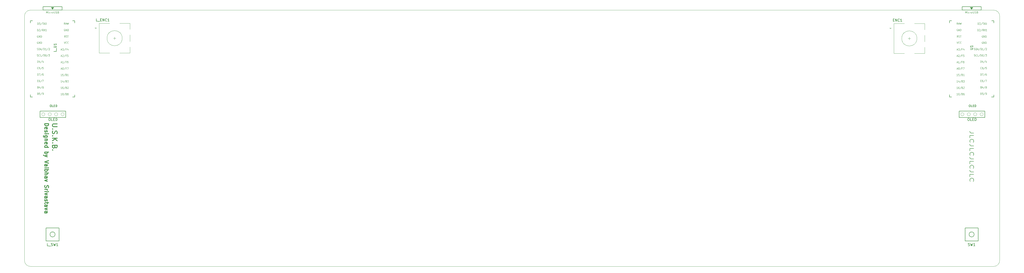
<source format=gbr>
%TF.GenerationSoftware,KiCad,Pcbnew,(5.1.9)-1*%
%TF.CreationDate,2021-05-03T17:40:34-07:00*%
%TF.ProjectId,USKB Final,55534b42-2046-4696-9e61-6c2e6b696361,rev?*%
%TF.SameCoordinates,Original*%
%TF.FileFunction,Legend,Top*%
%TF.FilePolarity,Positive*%
%FSLAX46Y46*%
G04 Gerber Fmt 4.6, Leading zero omitted, Abs format (unit mm)*
G04 Created by KiCad (PCBNEW (5.1.9)-1) date 2021-05-03 17:40:34*
%MOMM*%
%LPD*%
G01*
G04 APERTURE LIST*
%ADD10C,0.200000*%
%ADD11C,0.300000*%
%TA.AperFunction,Profile*%
%ADD12C,0.050000*%
%TD*%
%ADD13C,0.120000*%
%ADD14C,0.150000*%
%ADD15C,0.100000*%
%ADD16C,0.125000*%
G04 APERTURE END LIST*
D10*
X392140178Y-74105654D02*
X391068750Y-74105654D01*
X390854464Y-74010416D01*
X390711607Y-73819940D01*
X390640178Y-73534226D01*
X390640178Y-73343750D01*
X390640178Y-76010416D02*
X390640178Y-75058035D01*
X392140178Y-75058035D01*
X390783035Y-77819940D02*
X390711607Y-77724702D01*
X390640178Y-77438988D01*
X390640178Y-77248511D01*
X390711607Y-76962797D01*
X390854464Y-76772321D01*
X390997321Y-76677083D01*
X391283035Y-76581845D01*
X391497321Y-76581845D01*
X391783035Y-76677083D01*
X391925892Y-76772321D01*
X392068750Y-76962797D01*
X392140178Y-77248511D01*
X392140178Y-77438988D01*
X392068750Y-77724702D01*
X391997321Y-77819940D01*
X392140178Y-79248511D02*
X391068750Y-79248511D01*
X390854464Y-79153273D01*
X390711607Y-78962797D01*
X390640178Y-78677083D01*
X390640178Y-78486607D01*
X390640178Y-81153273D02*
X390640178Y-80200892D01*
X392140178Y-80200892D01*
X390783035Y-82962797D02*
X390711607Y-82867559D01*
X390640178Y-82581845D01*
X390640178Y-82391369D01*
X390711607Y-82105654D01*
X390854464Y-81915178D01*
X390997321Y-81819940D01*
X391283035Y-81724702D01*
X391497321Y-81724702D01*
X391783035Y-81819940D01*
X391925892Y-81915178D01*
X392068750Y-82105654D01*
X392140178Y-82391369D01*
X392140178Y-82581845D01*
X392068750Y-82867559D01*
X391997321Y-82962797D01*
X392140178Y-84391369D02*
X391068750Y-84391369D01*
X390854464Y-84296130D01*
X390711607Y-84105654D01*
X390640178Y-83819940D01*
X390640178Y-83629464D01*
X390640178Y-86296130D02*
X390640178Y-85343750D01*
X392140178Y-85343750D01*
X390783035Y-88105654D02*
X390711607Y-88010416D01*
X390640178Y-87724702D01*
X390640178Y-87534226D01*
X390711607Y-87248511D01*
X390854464Y-87058035D01*
X390997321Y-86962797D01*
X391283035Y-86867559D01*
X391497321Y-86867559D01*
X391783035Y-86962797D01*
X391925892Y-87058035D01*
X392068750Y-87248511D01*
X392140178Y-87534226D01*
X392140178Y-87724702D01*
X392068750Y-88010416D01*
X391997321Y-88105654D01*
X392140178Y-89534226D02*
X391068750Y-89534226D01*
X390854464Y-89438988D01*
X390711607Y-89248511D01*
X390640178Y-88962797D01*
X390640178Y-88772321D01*
X390640178Y-91438988D02*
X390640178Y-90486607D01*
X392140178Y-90486607D01*
X390783035Y-93248511D02*
X390711607Y-93153273D01*
X390640178Y-92867559D01*
X390640178Y-92677083D01*
X390711607Y-92391369D01*
X390854464Y-92200892D01*
X390997321Y-92105654D01*
X391283035Y-92010416D01*
X391497321Y-92010416D01*
X391783035Y-92105654D01*
X391925892Y-92200892D01*
X392068750Y-92391369D01*
X392140178Y-92677083D01*
X392140178Y-92867559D01*
X392068750Y-93153273D01*
X391997321Y-93248511D01*
D11*
X29618214Y-70521285D02*
X28076071Y-70521285D01*
X27894642Y-70612000D01*
X27803928Y-70702714D01*
X27713214Y-70884142D01*
X27713214Y-71247000D01*
X27803928Y-71428428D01*
X27894642Y-71519142D01*
X28076071Y-71609857D01*
X29618214Y-71609857D01*
X27894642Y-72517000D02*
X27803928Y-72607714D01*
X27713214Y-72517000D01*
X27803928Y-72426285D01*
X27894642Y-72517000D01*
X27713214Y-72517000D01*
X27803928Y-73333428D02*
X27713214Y-73605571D01*
X27713214Y-74059142D01*
X27803928Y-74240571D01*
X27894642Y-74331285D01*
X28076071Y-74422000D01*
X28257500Y-74422000D01*
X28438928Y-74331285D01*
X28529642Y-74240571D01*
X28620357Y-74059142D01*
X28711071Y-73696285D01*
X28801785Y-73514857D01*
X28892500Y-73424142D01*
X29073928Y-73333428D01*
X29255357Y-73333428D01*
X29436785Y-73424142D01*
X29527500Y-73514857D01*
X29618214Y-73696285D01*
X29618214Y-74149857D01*
X29527500Y-74422000D01*
X27894642Y-75238428D02*
X27803928Y-75329142D01*
X27713214Y-75238428D01*
X27803928Y-75147714D01*
X27894642Y-75238428D01*
X27713214Y-75238428D01*
X27713214Y-76145571D02*
X29618214Y-76145571D01*
X27713214Y-77234142D02*
X28801785Y-76417714D01*
X29618214Y-77234142D02*
X28529642Y-76145571D01*
X27894642Y-78050571D02*
X27803928Y-78141285D01*
X27713214Y-78050571D01*
X27803928Y-77959857D01*
X27894642Y-78050571D01*
X27713214Y-78050571D01*
X28711071Y-79592714D02*
X28620357Y-79864857D01*
X28529642Y-79955571D01*
X28348214Y-80046285D01*
X28076071Y-80046285D01*
X27894642Y-79955571D01*
X27803928Y-79864857D01*
X27713214Y-79683428D01*
X27713214Y-78957714D01*
X29618214Y-78957714D01*
X29618214Y-79592714D01*
X29527500Y-79774142D01*
X29436785Y-79864857D01*
X29255357Y-79955571D01*
X29073928Y-79955571D01*
X28892500Y-79864857D01*
X28801785Y-79774142D01*
X28711071Y-79592714D01*
X28711071Y-78957714D01*
X27894642Y-80862714D02*
X27803928Y-80953428D01*
X27713214Y-80862714D01*
X27803928Y-80772000D01*
X27894642Y-80862714D01*
X27713214Y-80862714D01*
X24721428Y-70427678D02*
X26221428Y-70427678D01*
X26221428Y-70784821D01*
X26150000Y-70999107D01*
X26007142Y-71141964D01*
X25864285Y-71213392D01*
X25578571Y-71284821D01*
X25364285Y-71284821D01*
X25078571Y-71213392D01*
X24935714Y-71141964D01*
X24792857Y-70999107D01*
X24721428Y-70784821D01*
X24721428Y-70427678D01*
X24792857Y-72499107D02*
X24721428Y-72356250D01*
X24721428Y-72070535D01*
X24792857Y-71927678D01*
X24935714Y-71856250D01*
X25507142Y-71856250D01*
X25650000Y-71927678D01*
X25721428Y-72070535D01*
X25721428Y-72356250D01*
X25650000Y-72499107D01*
X25507142Y-72570535D01*
X25364285Y-72570535D01*
X25221428Y-71856250D01*
X24792857Y-73141964D02*
X24721428Y-73284821D01*
X24721428Y-73570535D01*
X24792857Y-73713392D01*
X24935714Y-73784821D01*
X25007142Y-73784821D01*
X25150000Y-73713392D01*
X25221428Y-73570535D01*
X25221428Y-73356250D01*
X25292857Y-73213392D01*
X25435714Y-73141964D01*
X25507142Y-73141964D01*
X25650000Y-73213392D01*
X25721428Y-73356250D01*
X25721428Y-73570535D01*
X25650000Y-73713392D01*
X24721428Y-74427678D02*
X25721428Y-74427678D01*
X26221428Y-74427678D02*
X26150000Y-74356250D01*
X26078571Y-74427678D01*
X26150000Y-74499107D01*
X26221428Y-74427678D01*
X26078571Y-74427678D01*
X25721428Y-75784821D02*
X24507142Y-75784821D01*
X24364285Y-75713392D01*
X24292857Y-75641964D01*
X24221428Y-75499107D01*
X24221428Y-75284821D01*
X24292857Y-75141964D01*
X24792857Y-75784821D02*
X24721428Y-75641964D01*
X24721428Y-75356250D01*
X24792857Y-75213392D01*
X24864285Y-75141964D01*
X25007142Y-75070535D01*
X25435714Y-75070535D01*
X25578571Y-75141964D01*
X25650000Y-75213392D01*
X25721428Y-75356250D01*
X25721428Y-75641964D01*
X25650000Y-75784821D01*
X25721428Y-76499107D02*
X24721428Y-76499107D01*
X25578571Y-76499107D02*
X25650000Y-76570535D01*
X25721428Y-76713392D01*
X25721428Y-76927678D01*
X25650000Y-77070535D01*
X25507142Y-77141964D01*
X24721428Y-77141964D01*
X24792857Y-78427678D02*
X24721428Y-78284821D01*
X24721428Y-77999107D01*
X24792857Y-77856250D01*
X24935714Y-77784821D01*
X25507142Y-77784821D01*
X25650000Y-77856250D01*
X25721428Y-77999107D01*
X25721428Y-78284821D01*
X25650000Y-78427678D01*
X25507142Y-78499107D01*
X25364285Y-78499107D01*
X25221428Y-77784821D01*
X24721428Y-79784821D02*
X26221428Y-79784821D01*
X24792857Y-79784821D02*
X24721428Y-79641964D01*
X24721428Y-79356250D01*
X24792857Y-79213392D01*
X24864285Y-79141964D01*
X25007142Y-79070535D01*
X25435714Y-79070535D01*
X25578571Y-79141964D01*
X25650000Y-79213392D01*
X25721428Y-79356250D01*
X25721428Y-79641964D01*
X25650000Y-79784821D01*
X24721428Y-81641964D02*
X26221428Y-81641964D01*
X25650000Y-81641964D02*
X25721428Y-81784821D01*
X25721428Y-82070535D01*
X25650000Y-82213392D01*
X25578571Y-82284821D01*
X25435714Y-82356250D01*
X25007142Y-82356250D01*
X24864285Y-82284821D01*
X24792857Y-82213392D01*
X24721428Y-82070535D01*
X24721428Y-81784821D01*
X24792857Y-81641964D01*
X25721428Y-82856250D02*
X24721428Y-83213392D01*
X25721428Y-83570535D02*
X24721428Y-83213392D01*
X24364285Y-83070535D01*
X24292857Y-82999107D01*
X24221428Y-82856250D01*
X26221428Y-85070535D02*
X24721428Y-85570535D01*
X26221428Y-86070535D01*
X24721428Y-87213392D02*
X25507142Y-87213392D01*
X25650000Y-87141964D01*
X25721428Y-86999107D01*
X25721428Y-86713392D01*
X25650000Y-86570535D01*
X24792857Y-87213392D02*
X24721428Y-87070535D01*
X24721428Y-86713392D01*
X24792857Y-86570535D01*
X24935714Y-86499107D01*
X25078571Y-86499107D01*
X25221428Y-86570535D01*
X25292857Y-86713392D01*
X25292857Y-87070535D01*
X25364285Y-87213392D01*
X24721428Y-87927678D02*
X25721428Y-87927678D01*
X26221428Y-87927678D02*
X26150000Y-87856249D01*
X26078571Y-87927678D01*
X26150000Y-87999107D01*
X26221428Y-87927678D01*
X26078571Y-87927678D01*
X24721428Y-88641964D02*
X26221428Y-88641964D01*
X25650000Y-88641964D02*
X25721428Y-88784821D01*
X25721428Y-89070535D01*
X25650000Y-89213392D01*
X25578571Y-89284821D01*
X25435714Y-89356249D01*
X25007142Y-89356249D01*
X24864285Y-89284821D01*
X24792857Y-89213392D01*
X24721428Y-89070535D01*
X24721428Y-88784821D01*
X24792857Y-88641964D01*
X24721428Y-89999107D02*
X26221428Y-89999107D01*
X24721428Y-90641964D02*
X25507142Y-90641964D01*
X25650000Y-90570535D01*
X25721428Y-90427678D01*
X25721428Y-90213392D01*
X25650000Y-90070535D01*
X25578571Y-89999107D01*
X24721428Y-91999107D02*
X25507142Y-91999107D01*
X25650000Y-91927678D01*
X25721428Y-91784821D01*
X25721428Y-91499107D01*
X25650000Y-91356250D01*
X24792857Y-91999107D02*
X24721428Y-91856250D01*
X24721428Y-91499107D01*
X24792857Y-91356250D01*
X24935714Y-91284821D01*
X25078571Y-91284821D01*
X25221428Y-91356250D01*
X25292857Y-91499107D01*
X25292857Y-91856250D01*
X25364285Y-91999107D01*
X25721428Y-92570535D02*
X24721428Y-92927678D01*
X25721428Y-93284821D01*
X24792857Y-94927678D02*
X24721428Y-95141964D01*
X24721428Y-95499107D01*
X24792857Y-95641964D01*
X24864285Y-95713392D01*
X25007142Y-95784821D01*
X25150000Y-95784821D01*
X25292857Y-95713392D01*
X25364285Y-95641964D01*
X25435714Y-95499107D01*
X25507142Y-95213392D01*
X25578571Y-95070535D01*
X25650000Y-94999107D01*
X25792857Y-94927678D01*
X25935714Y-94927678D01*
X26078571Y-94999107D01*
X26150000Y-95070535D01*
X26221428Y-95213392D01*
X26221428Y-95570535D01*
X26150000Y-95784821D01*
X24721428Y-96427678D02*
X25721428Y-96427678D01*
X25435714Y-96427678D02*
X25578571Y-96499107D01*
X25650000Y-96570535D01*
X25721428Y-96713392D01*
X25721428Y-96856250D01*
X24721428Y-97356250D02*
X25721428Y-97356250D01*
X26221428Y-97356250D02*
X26150000Y-97284821D01*
X26078571Y-97356250D01*
X26150000Y-97427678D01*
X26221428Y-97356250D01*
X26078571Y-97356250D01*
X25721428Y-97927678D02*
X24721428Y-98284821D01*
X25721428Y-98641964D01*
X24721428Y-99856249D02*
X25507142Y-99856249D01*
X25650000Y-99784821D01*
X25721428Y-99641964D01*
X25721428Y-99356249D01*
X25650000Y-99213392D01*
X24792857Y-99856249D02*
X24721428Y-99713392D01*
X24721428Y-99356249D01*
X24792857Y-99213392D01*
X24935714Y-99141964D01*
X25078571Y-99141964D01*
X25221428Y-99213392D01*
X25292857Y-99356249D01*
X25292857Y-99713392D01*
X25364285Y-99856249D01*
X24792857Y-100499107D02*
X24721428Y-100641964D01*
X24721428Y-100927678D01*
X24792857Y-101070535D01*
X24935714Y-101141964D01*
X25007142Y-101141964D01*
X25150000Y-101070535D01*
X25221428Y-100927678D01*
X25221428Y-100713392D01*
X25292857Y-100570535D01*
X25435714Y-100499107D01*
X25507142Y-100499107D01*
X25650000Y-100570535D01*
X25721428Y-100713392D01*
X25721428Y-100927678D01*
X25650000Y-101070535D01*
X25721428Y-101570535D02*
X25721428Y-102141964D01*
X26221428Y-101784821D02*
X24935714Y-101784821D01*
X24792857Y-101856249D01*
X24721428Y-101999107D01*
X24721428Y-102141964D01*
X24721428Y-103284821D02*
X25507142Y-103284821D01*
X25650000Y-103213392D01*
X25721428Y-103070535D01*
X25721428Y-102784821D01*
X25650000Y-102641964D01*
X24792857Y-103284821D02*
X24721428Y-103141964D01*
X24721428Y-102784821D01*
X24792857Y-102641964D01*
X24935714Y-102570535D01*
X25078571Y-102570535D01*
X25221428Y-102641964D01*
X25292857Y-102784821D01*
X25292857Y-103141964D01*
X25364285Y-103284821D01*
X25721428Y-103856250D02*
X24721428Y-104213392D01*
X25721428Y-104570535D01*
X24721428Y-105784821D02*
X25507142Y-105784821D01*
X25650000Y-105713392D01*
X25721428Y-105570535D01*
X25721428Y-105284821D01*
X25650000Y-105141964D01*
X24792857Y-105784821D02*
X24721428Y-105641964D01*
X24721428Y-105284821D01*
X24792857Y-105141964D01*
X24935714Y-105070535D01*
X25078571Y-105070535D01*
X25221428Y-105141964D01*
X25292857Y-105284821D01*
X25292857Y-105641964D01*
X25364285Y-105784821D01*
D12*
X19050000Y-25400000D02*
X400050000Y-25400000D01*
X19050000Y-127000000D02*
X19843750Y-127000000D01*
X19050000Y-127000000D02*
G75*
G02*
X16668750Y-124618750I0J2381250D01*
G01*
X16668750Y-27781250D02*
X16668750Y-124618750D01*
X16668750Y-27781250D02*
G75*
G02*
X19050000Y-25400000I2381250J0D01*
G01*
X400050000Y-127000000D02*
X19843750Y-127000000D01*
X402431250Y-124618750D02*
G75*
G02*
X400050000Y-127000000I-2381250J0D01*
G01*
X402431250Y-27781250D02*
X402431250Y-124618750D01*
X400050000Y-25400000D02*
G75*
G02*
X402431250Y-27781250I0J-2381250D01*
G01*
D13*
%TO.C,ENC1*%
X369687750Y-36631250D02*
G75*
G03*
X369687750Y-36631250I-3000000J0D01*
G01*
X368687750Y-30731250D02*
X372787750Y-30731250D01*
X372787750Y-42531250D02*
X368687750Y-42531250D01*
X364687750Y-42531250D02*
X360587750Y-42531250D01*
X364687750Y-30731250D02*
X360587750Y-30731250D01*
X360587750Y-30731250D02*
X360587750Y-42531250D01*
X359187750Y-32831250D02*
X358887750Y-32531250D01*
X358887750Y-32531250D02*
X359487750Y-32531250D01*
X359487750Y-32531250D02*
X359187750Y-32831250D01*
X372787750Y-30731250D02*
X372787750Y-33131250D01*
X372787750Y-35331250D02*
X372787750Y-37931250D01*
X372787750Y-40131250D02*
X372787750Y-42531250D01*
X366687750Y-36131250D02*
X366687750Y-37131250D01*
X366187750Y-36631250D02*
X367187750Y-36631250D01*
D14*
%TO.C,U1*%
X400068750Y-59843750D02*
X399208750Y-59843750D01*
X382568750Y-59843750D02*
X383418750Y-59843750D01*
X400068750Y-58993750D02*
X400068750Y-59843750D01*
X382568750Y-58943750D02*
X382568750Y-59843750D01*
X400068750Y-29643750D02*
X399268750Y-29643750D01*
X382568750Y-29643750D02*
X383418750Y-29643750D01*
X400068750Y-29643750D02*
X400068750Y-30493750D01*
X382568750Y-29643750D02*
X382568750Y-30493750D01*
X387568750Y-24043750D02*
X387568750Y-25343750D01*
X387568750Y-25343750D02*
X395068750Y-25343750D01*
X395068750Y-25343750D02*
X395068750Y-24043750D01*
X395068750Y-24043750D02*
X387568750Y-24043750D01*
X390818750Y-24393750D02*
X391818750Y-24393750D01*
X391818750Y-24393750D02*
X391318750Y-25043750D01*
X391318750Y-25043750D02*
X390818750Y-24393750D01*
X390968750Y-24543750D02*
X391668750Y-24543750D01*
X391068750Y-24693750D02*
X391568750Y-24693750D01*
X391168750Y-24843750D02*
X391468750Y-24843750D01*
%TO.C,L_U1*%
X36531250Y-59843750D02*
X35671250Y-59843750D01*
X19031250Y-59843750D02*
X19881250Y-59843750D01*
X36531250Y-58993750D02*
X36531250Y-59843750D01*
X19031250Y-58943750D02*
X19031250Y-59843750D01*
X36531250Y-29643750D02*
X35731250Y-29643750D01*
X19031250Y-29643750D02*
X19881250Y-29643750D01*
X36531250Y-29643750D02*
X36531250Y-30493750D01*
X19031250Y-29643750D02*
X19031250Y-30493750D01*
X24031250Y-24043750D02*
X24031250Y-25343750D01*
X24031250Y-25343750D02*
X31531250Y-25343750D01*
X31531250Y-25343750D02*
X31531250Y-24043750D01*
X31531250Y-24043750D02*
X24031250Y-24043750D01*
X27281250Y-24393750D02*
X28281250Y-24393750D01*
X28281250Y-24393750D02*
X27781250Y-25043750D01*
X27781250Y-25043750D02*
X27281250Y-24393750D01*
X27431250Y-24543750D02*
X28131250Y-24543750D01*
X27531250Y-24693750D02*
X28031250Y-24693750D01*
X27631250Y-24843750D02*
X27931250Y-24843750D01*
%TO.C,L_SW1*%
X28781250Y-114300000D02*
G75*
G03*
X28781250Y-114300000I-1000000J0D01*
G01*
X25181250Y-116900000D02*
X25181250Y-111700000D01*
X30381250Y-116900000D02*
X25181250Y-116900000D01*
X30381250Y-111700000D02*
X30381250Y-116900000D01*
X25181250Y-111700000D02*
X30381250Y-111700000D01*
%TO.C,SW1*%
X392318750Y-114300000D02*
G75*
G03*
X392318750Y-114300000I-1000000J0D01*
G01*
X388718750Y-116900000D02*
X388718750Y-111700000D01*
X393918750Y-116900000D02*
X388718750Y-116900000D01*
X393918750Y-111700000D02*
X393918750Y-116900000D01*
X388718750Y-111700000D02*
X393918750Y-111700000D01*
%TO.C,OL1*%
X396557500Y-65405000D02*
X396557500Y-67945000D01*
X386397500Y-67945000D02*
X386397500Y-65405000D01*
X396557500Y-67945000D02*
X386397500Y-67945000D01*
X396557500Y-65405000D02*
X386397500Y-65405000D01*
%TO.C,L_OL1*%
X33020000Y-65405000D02*
X33020000Y-67945000D01*
X22860000Y-67945000D02*
X22860000Y-65405000D01*
X33020000Y-67945000D02*
X22860000Y-67945000D01*
X33020000Y-65405000D02*
X22860000Y-65405000D01*
D13*
%TO.C,L_ENC1*%
X55331000Y-36536000D02*
G75*
G03*
X55331000Y-36536000I-3000000J0D01*
G01*
X54331000Y-30636000D02*
X58431000Y-30636000D01*
X58431000Y-42436000D02*
X54331000Y-42436000D01*
X50331000Y-42436000D02*
X46231000Y-42436000D01*
X50331000Y-30636000D02*
X46231000Y-30636000D01*
X46231000Y-30636000D02*
X46231000Y-42436000D01*
X44831000Y-32736000D02*
X44531000Y-32436000D01*
X44531000Y-32436000D02*
X45131000Y-32436000D01*
X45131000Y-32436000D02*
X44831000Y-32736000D01*
X58431000Y-30636000D02*
X58431000Y-33036000D01*
X58431000Y-35236000D02*
X58431000Y-37836000D01*
X58431000Y-40036000D02*
X58431000Y-42436000D01*
X52331000Y-36036000D02*
X52331000Y-37036000D01*
X51831000Y-36536000D02*
X52831000Y-36536000D01*
%TD*%
D15*
%TO.C,OL1*%
X388316000Y-66675000D02*
G75*
G03*
X388316000Y-66675000I-648500J0D01*
G01*
X390856000Y-66675000D02*
G75*
G03*
X390856000Y-66675000I-648500J0D01*
G01*
X393396000Y-66675000D02*
G75*
G03*
X393396000Y-66675000I-648500J0D01*
G01*
X395936000Y-66675000D02*
G75*
G03*
X395936000Y-66675000I-648500J0D01*
G01*
%TD*%
%TO.C,L_OL1*%
X24778500Y-66675000D02*
G75*
G03*
X24778500Y-66675000I-648500J0D01*
G01*
X27318500Y-66675000D02*
G75*
G03*
X27318500Y-66675000I-648500J0D01*
G01*
X29858500Y-66675000D02*
G75*
G03*
X29858500Y-66675000I-648500J0D01*
G01*
X32398500Y-66675000D02*
G75*
G03*
X32398500Y-66675000I-648500J0D01*
G01*
%TD*%
%TO.C,ENC1*%
D14*
X360273464Y-29359821D02*
X360606797Y-29359821D01*
X360749654Y-29883630D02*
X360273464Y-29883630D01*
X360273464Y-28883630D01*
X360749654Y-28883630D01*
X361178226Y-29883630D02*
X361178226Y-28883630D01*
X361749654Y-29883630D01*
X361749654Y-28883630D01*
X362797273Y-29788392D02*
X362749654Y-29836011D01*
X362606797Y-29883630D01*
X362511559Y-29883630D01*
X362368702Y-29836011D01*
X362273464Y-29740773D01*
X362225845Y-29645535D01*
X362178226Y-29455059D01*
X362178226Y-29312202D01*
X362225845Y-29121726D01*
X362273464Y-29026488D01*
X362368702Y-28931250D01*
X362511559Y-28883630D01*
X362606797Y-28883630D01*
X362749654Y-28931250D01*
X362797273Y-28978869D01*
X363749654Y-29883630D02*
X363178226Y-29883630D01*
X363463940Y-29883630D02*
X363463940Y-28883630D01*
X363368702Y-29026488D01*
X363273464Y-29121726D01*
X363178226Y-29169345D01*
%TO.C,U1*%
X390771130Y-41005654D02*
X391580654Y-41005654D01*
X391675892Y-40958035D01*
X391723511Y-40910416D01*
X391771130Y-40815178D01*
X391771130Y-40624702D01*
X391723511Y-40529464D01*
X391675892Y-40481845D01*
X391580654Y-40434226D01*
X390771130Y-40434226D01*
X391771130Y-39434226D02*
X391771130Y-40005654D01*
X391771130Y-39719940D02*
X390771130Y-39719940D01*
X390913988Y-39815178D01*
X391009226Y-39910416D01*
X391056845Y-40005654D01*
D16*
X385861130Y-31083035D02*
X385637797Y-30725892D01*
X385478273Y-31083035D02*
X385478273Y-30333035D01*
X385733511Y-30333035D01*
X385797321Y-30368750D01*
X385829226Y-30404464D01*
X385861130Y-30475892D01*
X385861130Y-30583035D01*
X385829226Y-30654464D01*
X385797321Y-30690178D01*
X385733511Y-30725892D01*
X385478273Y-30725892D01*
X386116369Y-30868750D02*
X386435416Y-30868750D01*
X386052559Y-31083035D02*
X386275892Y-30333035D01*
X386499226Y-31083035D01*
X386658750Y-30333035D02*
X386818273Y-31083035D01*
X386945892Y-30547321D01*
X387073511Y-31083035D01*
X387233035Y-30333035D01*
X385813273Y-32918750D02*
X385749464Y-32883035D01*
X385653750Y-32883035D01*
X385558035Y-32918750D01*
X385494226Y-32990178D01*
X385462321Y-33061607D01*
X385430416Y-33204464D01*
X385430416Y-33311607D01*
X385462321Y-33454464D01*
X385494226Y-33525892D01*
X385558035Y-33597321D01*
X385653750Y-33633035D01*
X385717559Y-33633035D01*
X385813273Y-33597321D01*
X385845178Y-33561607D01*
X385845178Y-33311607D01*
X385717559Y-33311607D01*
X386132321Y-33633035D02*
X386132321Y-32883035D01*
X386515178Y-33633035D01*
X386515178Y-32883035D01*
X386834226Y-33633035D02*
X386834226Y-32883035D01*
X386993750Y-32883035D01*
X387089464Y-32918750D01*
X387153273Y-32990178D01*
X387185178Y-33061607D01*
X387217083Y-33204464D01*
X387217083Y-33311607D01*
X387185178Y-33454464D01*
X387153273Y-33525892D01*
X387089464Y-33597321D01*
X386993750Y-33633035D01*
X386834226Y-33633035D01*
X385956845Y-36183035D02*
X385733511Y-35825892D01*
X385573988Y-36183035D02*
X385573988Y-35433035D01*
X385829226Y-35433035D01*
X385893035Y-35468750D01*
X385924940Y-35504464D01*
X385956845Y-35575892D01*
X385956845Y-35683035D01*
X385924940Y-35754464D01*
X385893035Y-35790178D01*
X385829226Y-35825892D01*
X385573988Y-35825892D01*
X386212083Y-36147321D02*
X386307797Y-36183035D01*
X386467321Y-36183035D01*
X386531130Y-36147321D01*
X386563035Y-36111607D01*
X386594940Y-36040178D01*
X386594940Y-35968750D01*
X386563035Y-35897321D01*
X386531130Y-35861607D01*
X386467321Y-35825892D01*
X386339702Y-35790178D01*
X386275892Y-35754464D01*
X386243988Y-35718750D01*
X386212083Y-35647321D01*
X386212083Y-35575892D01*
X386243988Y-35504464D01*
X386275892Y-35468750D01*
X386339702Y-35433035D01*
X386499226Y-35433035D01*
X386594940Y-35468750D01*
X386786369Y-35433035D02*
X387169226Y-35433035D01*
X386977797Y-36183035D02*
X386977797Y-35433035D01*
X385430416Y-37883035D02*
X385653750Y-38633035D01*
X385877083Y-37883035D01*
X386483273Y-38561607D02*
X386451369Y-38597321D01*
X386355654Y-38633035D01*
X386291845Y-38633035D01*
X386196130Y-38597321D01*
X386132321Y-38525892D01*
X386100416Y-38454464D01*
X386068511Y-38311607D01*
X386068511Y-38204464D01*
X386100416Y-38061607D01*
X386132321Y-37990178D01*
X386196130Y-37918750D01*
X386291845Y-37883035D01*
X386355654Y-37883035D01*
X386451369Y-37918750D01*
X386483273Y-37954464D01*
X387153273Y-38561607D02*
X387121369Y-38597321D01*
X387025654Y-38633035D01*
X386961845Y-38633035D01*
X386866130Y-38597321D01*
X386802321Y-38525892D01*
X386770416Y-38454464D01*
X386738511Y-38311607D01*
X386738511Y-38204464D01*
X386770416Y-38061607D01*
X386802321Y-37990178D01*
X386866130Y-37918750D01*
X386961845Y-37883035D01*
X387025654Y-37883035D01*
X387121369Y-37918750D01*
X387153273Y-37954464D01*
X385488035Y-41118750D02*
X385807083Y-41118750D01*
X385424226Y-41333035D02*
X385647559Y-40583035D01*
X385870892Y-41333035D01*
X386030416Y-40583035D02*
X386445178Y-40583035D01*
X386221845Y-40868750D01*
X386317559Y-40868750D01*
X386381369Y-40904464D01*
X386413273Y-40940178D01*
X386445178Y-41011607D01*
X386445178Y-41190178D01*
X386413273Y-41261607D01*
X386381369Y-41297321D01*
X386317559Y-41333035D01*
X386126130Y-41333035D01*
X386062321Y-41297321D01*
X386030416Y-41261607D01*
X387210892Y-40547321D02*
X386636607Y-41511607D01*
X387657559Y-40940178D02*
X387434226Y-40940178D01*
X387434226Y-41333035D02*
X387434226Y-40583035D01*
X387753273Y-40583035D01*
X388295654Y-40833035D02*
X388295654Y-41333035D01*
X388136130Y-40547321D02*
X387976607Y-41083035D01*
X388391369Y-41083035D01*
X385488035Y-43618750D02*
X385807083Y-43618750D01*
X385424226Y-43833035D02*
X385647559Y-43083035D01*
X385870892Y-43833035D01*
X386062321Y-43154464D02*
X386094226Y-43118750D01*
X386158035Y-43083035D01*
X386317559Y-43083035D01*
X386381369Y-43118750D01*
X386413273Y-43154464D01*
X386445178Y-43225892D01*
X386445178Y-43297321D01*
X386413273Y-43404464D01*
X386030416Y-43833035D01*
X386445178Y-43833035D01*
X387210892Y-43047321D02*
X386636607Y-44011607D01*
X387657559Y-43440178D02*
X387434226Y-43440178D01*
X387434226Y-43833035D02*
X387434226Y-43083035D01*
X387753273Y-43083035D01*
X388327559Y-43083035D02*
X388008511Y-43083035D01*
X387976607Y-43440178D01*
X388008511Y-43404464D01*
X388072321Y-43368750D01*
X388231845Y-43368750D01*
X388295654Y-43404464D01*
X388327559Y-43440178D01*
X388359464Y-43511607D01*
X388359464Y-43690178D01*
X388327559Y-43761607D01*
X388295654Y-43797321D01*
X388231845Y-43833035D01*
X388072321Y-43833035D01*
X388008511Y-43797321D01*
X387976607Y-43761607D01*
X385488035Y-46118750D02*
X385807083Y-46118750D01*
X385424226Y-46333035D02*
X385647559Y-45583035D01*
X385870892Y-46333035D01*
X386445178Y-46333035D02*
X386062321Y-46333035D01*
X386253750Y-46333035D02*
X386253750Y-45583035D01*
X386189940Y-45690178D01*
X386126130Y-45761607D01*
X386062321Y-45797321D01*
X387210892Y-45547321D02*
X386636607Y-46511607D01*
X387657559Y-45940178D02*
X387434226Y-45940178D01*
X387434226Y-46333035D02*
X387434226Y-45583035D01*
X387753273Y-45583035D01*
X388295654Y-45583035D02*
X388168035Y-45583035D01*
X388104226Y-45618750D01*
X388072321Y-45654464D01*
X388008511Y-45761607D01*
X387976607Y-45904464D01*
X387976607Y-46190178D01*
X388008511Y-46261607D01*
X388040416Y-46297321D01*
X388104226Y-46333035D01*
X388231845Y-46333035D01*
X388295654Y-46297321D01*
X388327559Y-46261607D01*
X388359464Y-46190178D01*
X388359464Y-46011607D01*
X388327559Y-45940178D01*
X388295654Y-45904464D01*
X388231845Y-45868750D01*
X388104226Y-45868750D01*
X388040416Y-45904464D01*
X388008511Y-45940178D01*
X387976607Y-46011607D01*
X385488035Y-48668750D02*
X385807083Y-48668750D01*
X385424226Y-48883035D02*
X385647559Y-48133035D01*
X385870892Y-48883035D01*
X386221845Y-48133035D02*
X386285654Y-48133035D01*
X386349464Y-48168750D01*
X386381369Y-48204464D01*
X386413273Y-48275892D01*
X386445178Y-48418750D01*
X386445178Y-48597321D01*
X386413273Y-48740178D01*
X386381369Y-48811607D01*
X386349464Y-48847321D01*
X386285654Y-48883035D01*
X386221845Y-48883035D01*
X386158035Y-48847321D01*
X386126130Y-48811607D01*
X386094226Y-48740178D01*
X386062321Y-48597321D01*
X386062321Y-48418750D01*
X386094226Y-48275892D01*
X386126130Y-48204464D01*
X386158035Y-48168750D01*
X386221845Y-48133035D01*
X387210892Y-48097321D02*
X386636607Y-49061607D01*
X387657559Y-48490178D02*
X387434226Y-48490178D01*
X387434226Y-48883035D02*
X387434226Y-48133035D01*
X387753273Y-48133035D01*
X387944702Y-48133035D02*
X388391369Y-48133035D01*
X388104226Y-48883035D01*
X385791130Y-51433035D02*
X385408273Y-51433035D01*
X385599702Y-51433035D02*
X385599702Y-50683035D01*
X385535892Y-50790178D01*
X385472083Y-50861607D01*
X385408273Y-50897321D01*
X386397321Y-50683035D02*
X386078273Y-50683035D01*
X386046369Y-51040178D01*
X386078273Y-51004464D01*
X386142083Y-50968750D01*
X386301607Y-50968750D01*
X386365416Y-51004464D01*
X386397321Y-51040178D01*
X386429226Y-51111607D01*
X386429226Y-51290178D01*
X386397321Y-51361607D01*
X386365416Y-51397321D01*
X386301607Y-51433035D01*
X386142083Y-51433035D01*
X386078273Y-51397321D01*
X386046369Y-51361607D01*
X387194940Y-50647321D02*
X386620654Y-51611607D01*
X387641607Y-51040178D02*
X387737321Y-51075892D01*
X387769226Y-51111607D01*
X387801130Y-51183035D01*
X387801130Y-51290178D01*
X387769226Y-51361607D01*
X387737321Y-51397321D01*
X387673511Y-51433035D01*
X387418273Y-51433035D01*
X387418273Y-50683035D01*
X387641607Y-50683035D01*
X387705416Y-50718750D01*
X387737321Y-50754464D01*
X387769226Y-50825892D01*
X387769226Y-50897321D01*
X387737321Y-50968750D01*
X387705416Y-51004464D01*
X387641607Y-51040178D01*
X387418273Y-51040178D01*
X388439226Y-51433035D02*
X388056369Y-51433035D01*
X388247797Y-51433035D02*
X388247797Y-50683035D01*
X388183988Y-50790178D01*
X388120178Y-50861607D01*
X388056369Y-50897321D01*
X385791130Y-53983035D02*
X385408273Y-53983035D01*
X385599702Y-53983035D02*
X385599702Y-53233035D01*
X385535892Y-53340178D01*
X385472083Y-53411607D01*
X385408273Y-53447321D01*
X386365416Y-53483035D02*
X386365416Y-53983035D01*
X386205892Y-53197321D02*
X386046369Y-53733035D01*
X386461130Y-53733035D01*
X387194940Y-53197321D02*
X386620654Y-54161607D01*
X387641607Y-53590178D02*
X387737321Y-53625892D01*
X387769226Y-53661607D01*
X387801130Y-53733035D01*
X387801130Y-53840178D01*
X387769226Y-53911607D01*
X387737321Y-53947321D01*
X387673511Y-53983035D01*
X387418273Y-53983035D01*
X387418273Y-53233035D01*
X387641607Y-53233035D01*
X387705416Y-53268750D01*
X387737321Y-53304464D01*
X387769226Y-53375892D01*
X387769226Y-53447321D01*
X387737321Y-53518750D01*
X387705416Y-53554464D01*
X387641607Y-53590178D01*
X387418273Y-53590178D01*
X388024464Y-53233035D02*
X388439226Y-53233035D01*
X388215892Y-53518750D01*
X388311607Y-53518750D01*
X388375416Y-53554464D01*
X388407321Y-53590178D01*
X388439226Y-53661607D01*
X388439226Y-53840178D01*
X388407321Y-53911607D01*
X388375416Y-53947321D01*
X388311607Y-53983035D01*
X388120178Y-53983035D01*
X388056369Y-53947321D01*
X388024464Y-53911607D01*
X385791130Y-59033035D02*
X385408273Y-59033035D01*
X385599702Y-59033035D02*
X385599702Y-58283035D01*
X385535892Y-58390178D01*
X385472083Y-58461607D01*
X385408273Y-58497321D01*
X386205892Y-58283035D02*
X386269702Y-58283035D01*
X386333511Y-58318750D01*
X386365416Y-58354464D01*
X386397321Y-58425892D01*
X386429226Y-58568750D01*
X386429226Y-58747321D01*
X386397321Y-58890178D01*
X386365416Y-58961607D01*
X386333511Y-58997321D01*
X386269702Y-59033035D01*
X386205892Y-59033035D01*
X386142083Y-58997321D01*
X386110178Y-58961607D01*
X386078273Y-58890178D01*
X386046369Y-58747321D01*
X386046369Y-58568750D01*
X386078273Y-58425892D01*
X386110178Y-58354464D01*
X386142083Y-58318750D01*
X386205892Y-58283035D01*
X387194940Y-58247321D02*
X386620654Y-59211607D01*
X387641607Y-58640178D02*
X387737321Y-58675892D01*
X387769226Y-58711607D01*
X387801130Y-58783035D01*
X387801130Y-58890178D01*
X387769226Y-58961607D01*
X387737321Y-58997321D01*
X387673511Y-59033035D01*
X387418273Y-59033035D01*
X387418273Y-58283035D01*
X387641607Y-58283035D01*
X387705416Y-58318750D01*
X387737321Y-58354464D01*
X387769226Y-58425892D01*
X387769226Y-58497321D01*
X387737321Y-58568750D01*
X387705416Y-58604464D01*
X387641607Y-58640178D01*
X387418273Y-58640178D01*
X388375416Y-58283035D02*
X388247797Y-58283035D01*
X388183988Y-58318750D01*
X388152083Y-58354464D01*
X388088273Y-58461607D01*
X388056369Y-58604464D01*
X388056369Y-58890178D01*
X388088273Y-58961607D01*
X388120178Y-58997321D01*
X388183988Y-59033035D01*
X388311607Y-59033035D01*
X388375416Y-58997321D01*
X388407321Y-58961607D01*
X388439226Y-58890178D01*
X388439226Y-58711607D01*
X388407321Y-58640178D01*
X388375416Y-58604464D01*
X388311607Y-58568750D01*
X388183988Y-58568750D01*
X388120178Y-58604464D01*
X388088273Y-58640178D01*
X388056369Y-58711607D01*
X385791130Y-56533035D02*
X385408273Y-56533035D01*
X385599702Y-56533035D02*
X385599702Y-55783035D01*
X385535892Y-55890178D01*
X385472083Y-55961607D01*
X385408273Y-55997321D01*
X386365416Y-55783035D02*
X386237797Y-55783035D01*
X386173988Y-55818750D01*
X386142083Y-55854464D01*
X386078273Y-55961607D01*
X386046369Y-56104464D01*
X386046369Y-56390178D01*
X386078273Y-56461607D01*
X386110178Y-56497321D01*
X386173988Y-56533035D01*
X386301607Y-56533035D01*
X386365416Y-56497321D01*
X386397321Y-56461607D01*
X386429226Y-56390178D01*
X386429226Y-56211607D01*
X386397321Y-56140178D01*
X386365416Y-56104464D01*
X386301607Y-56068750D01*
X386173988Y-56068750D01*
X386110178Y-56104464D01*
X386078273Y-56140178D01*
X386046369Y-56211607D01*
X387194940Y-55747321D02*
X386620654Y-56711607D01*
X387641607Y-56140178D02*
X387737321Y-56175892D01*
X387769226Y-56211607D01*
X387801130Y-56283035D01*
X387801130Y-56390178D01*
X387769226Y-56461607D01*
X387737321Y-56497321D01*
X387673511Y-56533035D01*
X387418273Y-56533035D01*
X387418273Y-55783035D01*
X387641607Y-55783035D01*
X387705416Y-55818750D01*
X387737321Y-55854464D01*
X387769226Y-55925892D01*
X387769226Y-55997321D01*
X387737321Y-56068750D01*
X387705416Y-56104464D01*
X387641607Y-56140178D01*
X387418273Y-56140178D01*
X388056369Y-55854464D02*
X388088273Y-55818750D01*
X388152083Y-55783035D01*
X388311607Y-55783035D01*
X388375416Y-55818750D01*
X388407321Y-55854464D01*
X388439226Y-55925892D01*
X388439226Y-55997321D01*
X388407321Y-56104464D01*
X388024464Y-56533035D01*
X388439226Y-56533035D01*
X394891130Y-53440178D02*
X395114464Y-53440178D01*
X395210178Y-53833035D02*
X394891130Y-53833035D01*
X394891130Y-53083035D01*
X395210178Y-53083035D01*
X395784464Y-53083035D02*
X395656845Y-53083035D01*
X395593035Y-53118750D01*
X395561130Y-53154464D01*
X395497321Y-53261607D01*
X395465416Y-53404464D01*
X395465416Y-53690178D01*
X395497321Y-53761607D01*
X395529226Y-53797321D01*
X395593035Y-53833035D01*
X395720654Y-53833035D01*
X395784464Y-53797321D01*
X395816369Y-53761607D01*
X395848273Y-53690178D01*
X395848273Y-53511607D01*
X395816369Y-53440178D01*
X395784464Y-53404464D01*
X395720654Y-53368750D01*
X395593035Y-53368750D01*
X395529226Y-53404464D01*
X395497321Y-53440178D01*
X395465416Y-53511607D01*
X396613988Y-53047321D02*
X396039702Y-54011607D01*
X396773511Y-53083035D02*
X397220178Y-53083035D01*
X396933035Y-53833035D01*
X394859226Y-51283035D02*
X394859226Y-50533035D01*
X395018750Y-50533035D01*
X395114464Y-50568750D01*
X395178273Y-50640178D01*
X395210178Y-50711607D01*
X395242083Y-50854464D01*
X395242083Y-50961607D01*
X395210178Y-51104464D01*
X395178273Y-51175892D01*
X395114464Y-51247321D01*
X395018750Y-51283035D01*
X394859226Y-51283035D01*
X395465416Y-50533035D02*
X395912083Y-50533035D01*
X395624940Y-51283035D01*
X396645892Y-50497321D02*
X396071607Y-51461607D01*
X397156369Y-50533035D02*
X397028750Y-50533035D01*
X396964940Y-50568750D01*
X396933035Y-50604464D01*
X396869226Y-50711607D01*
X396837321Y-50854464D01*
X396837321Y-51140178D01*
X396869226Y-51211607D01*
X396901130Y-51247321D01*
X396964940Y-51283035D01*
X397092559Y-51283035D01*
X397156369Y-51247321D01*
X397188273Y-51211607D01*
X397220178Y-51140178D01*
X397220178Y-50961607D01*
X397188273Y-50890178D01*
X397156369Y-50854464D01*
X397092559Y-50818750D01*
X396964940Y-50818750D01*
X396901130Y-50854464D01*
X396869226Y-50890178D01*
X396837321Y-50961607D01*
X395763273Y-35518750D02*
X395699464Y-35483035D01*
X395603750Y-35483035D01*
X395508035Y-35518750D01*
X395444226Y-35590178D01*
X395412321Y-35661607D01*
X395380416Y-35804464D01*
X395380416Y-35911607D01*
X395412321Y-36054464D01*
X395444226Y-36125892D01*
X395508035Y-36197321D01*
X395603750Y-36233035D01*
X395667559Y-36233035D01*
X395763273Y-36197321D01*
X395795178Y-36161607D01*
X395795178Y-35911607D01*
X395667559Y-35911607D01*
X396082321Y-36233035D02*
X396082321Y-35483035D01*
X396465178Y-36233035D01*
X396465178Y-35483035D01*
X396784226Y-36233035D02*
X396784226Y-35483035D01*
X396943750Y-35483035D01*
X397039464Y-35518750D01*
X397103273Y-35590178D01*
X397135178Y-35661607D01*
X397167083Y-35804464D01*
X397167083Y-35911607D01*
X397135178Y-36054464D01*
X397103273Y-36125892D01*
X397039464Y-36197321D01*
X396943750Y-36233035D01*
X396784226Y-36233035D01*
X395763273Y-37968750D02*
X395699464Y-37933035D01*
X395603750Y-37933035D01*
X395508035Y-37968750D01*
X395444226Y-38040178D01*
X395412321Y-38111607D01*
X395380416Y-38254464D01*
X395380416Y-38361607D01*
X395412321Y-38504464D01*
X395444226Y-38575892D01*
X395508035Y-38647321D01*
X395603750Y-38683035D01*
X395667559Y-38683035D01*
X395763273Y-38647321D01*
X395795178Y-38611607D01*
X395795178Y-38361607D01*
X395667559Y-38361607D01*
X396082321Y-38683035D02*
X396082321Y-37933035D01*
X396465178Y-38683035D01*
X396465178Y-37933035D01*
X396784226Y-38683035D02*
X396784226Y-37933035D01*
X396943750Y-37933035D01*
X397039464Y-37968750D01*
X397103273Y-38040178D01*
X397135178Y-38111607D01*
X397167083Y-38254464D01*
X397167083Y-38361607D01*
X397135178Y-38504464D01*
X397103273Y-38575892D01*
X397039464Y-38647321D01*
X396943750Y-38683035D01*
X396784226Y-38683035D01*
X393734940Y-31133035D02*
X393734940Y-30383035D01*
X393894464Y-30383035D01*
X393990178Y-30418750D01*
X394053988Y-30490178D01*
X394085892Y-30561607D01*
X394117797Y-30704464D01*
X394117797Y-30811607D01*
X394085892Y-30954464D01*
X394053988Y-31025892D01*
X393990178Y-31097321D01*
X393894464Y-31133035D01*
X393734940Y-31133035D01*
X394341130Y-30383035D02*
X394755892Y-30383035D01*
X394532559Y-30668750D01*
X394628273Y-30668750D01*
X394692083Y-30704464D01*
X394723988Y-30740178D01*
X394755892Y-30811607D01*
X394755892Y-30990178D01*
X394723988Y-31061607D01*
X394692083Y-31097321D01*
X394628273Y-31133035D01*
X394436845Y-31133035D01*
X394373035Y-31097321D01*
X394341130Y-31061607D01*
X395521607Y-30347321D02*
X394947321Y-31311607D01*
X395649226Y-30383035D02*
X396032083Y-30383035D01*
X395840654Y-31133035D02*
X395840654Y-30383035D01*
X396191607Y-30383035D02*
X396638273Y-31133035D01*
X396638273Y-30383035D02*
X396191607Y-31133035D01*
X397021130Y-30383035D02*
X397084940Y-30383035D01*
X397148750Y-30418750D01*
X397180654Y-30454464D01*
X397212559Y-30525892D01*
X397244464Y-30668750D01*
X397244464Y-30847321D01*
X397212559Y-30990178D01*
X397180654Y-31061607D01*
X397148750Y-31097321D01*
X397084940Y-31133035D01*
X397021130Y-31133035D01*
X396957321Y-31097321D01*
X396925416Y-31061607D01*
X396893511Y-30990178D01*
X396861607Y-30847321D01*
X396861607Y-30668750D01*
X396893511Y-30525892D01*
X396925416Y-30454464D01*
X396957321Y-30418750D01*
X397021130Y-30383035D01*
X394859226Y-46183035D02*
X394859226Y-45433035D01*
X395018750Y-45433035D01*
X395114464Y-45468750D01*
X395178273Y-45540178D01*
X395210178Y-45611607D01*
X395242083Y-45754464D01*
X395242083Y-45861607D01*
X395210178Y-46004464D01*
X395178273Y-46075892D01*
X395114464Y-46147321D01*
X395018750Y-46183035D01*
X394859226Y-46183035D01*
X395816369Y-45683035D02*
X395816369Y-46183035D01*
X395656845Y-45397321D02*
X395497321Y-45933035D01*
X395912083Y-45933035D01*
X396645892Y-45397321D02*
X396071607Y-46361607D01*
X397156369Y-45683035D02*
X397156369Y-46183035D01*
X396996845Y-45397321D02*
X396837321Y-45933035D01*
X397252083Y-45933035D01*
X392285178Y-41147321D02*
X392380892Y-41183035D01*
X392540416Y-41183035D01*
X392604226Y-41147321D01*
X392636130Y-41111607D01*
X392668035Y-41040178D01*
X392668035Y-40968750D01*
X392636130Y-40897321D01*
X392604226Y-40861607D01*
X392540416Y-40825892D01*
X392412797Y-40790178D01*
X392348988Y-40754464D01*
X392317083Y-40718750D01*
X392285178Y-40647321D01*
X392285178Y-40575892D01*
X392317083Y-40504464D01*
X392348988Y-40468750D01*
X392412797Y-40433035D01*
X392572321Y-40433035D01*
X392668035Y-40468750D01*
X392955178Y-41183035D02*
X392955178Y-40433035D01*
X393114702Y-40433035D01*
X393210416Y-40468750D01*
X393274226Y-40540178D01*
X393306130Y-40611607D01*
X393338035Y-40754464D01*
X393338035Y-40861607D01*
X393306130Y-41004464D01*
X393274226Y-41075892D01*
X393210416Y-41147321D01*
X393114702Y-41183035D01*
X392955178Y-41183035D01*
X393593273Y-40968750D02*
X393912321Y-40968750D01*
X393529464Y-41183035D02*
X393752797Y-40433035D01*
X393976130Y-41183035D01*
X394678035Y-40397321D02*
X394103750Y-41361607D01*
X394901369Y-41183035D02*
X394901369Y-40433035D01*
X395060892Y-40433035D01*
X395156607Y-40468750D01*
X395220416Y-40540178D01*
X395252321Y-40611607D01*
X395284226Y-40754464D01*
X395284226Y-40861607D01*
X395252321Y-41004464D01*
X395220416Y-41075892D01*
X395156607Y-41147321D01*
X395060892Y-41183035D01*
X394901369Y-41183035D01*
X395922321Y-41183035D02*
X395539464Y-41183035D01*
X395730892Y-41183035D02*
X395730892Y-40433035D01*
X395667083Y-40540178D01*
X395603273Y-40611607D01*
X395539464Y-40647321D01*
X396688035Y-40397321D02*
X396113750Y-41361607D01*
X396879464Y-40504464D02*
X396911369Y-40468750D01*
X396975178Y-40433035D01*
X397134702Y-40433035D01*
X397198511Y-40468750D01*
X397230416Y-40504464D01*
X397262321Y-40575892D01*
X397262321Y-40647321D01*
X397230416Y-40754464D01*
X396847559Y-41183035D01*
X397262321Y-41183035D01*
X392301130Y-43647321D02*
X392396845Y-43683035D01*
X392556369Y-43683035D01*
X392620178Y-43647321D01*
X392652083Y-43611607D01*
X392683988Y-43540178D01*
X392683988Y-43468750D01*
X392652083Y-43397321D01*
X392620178Y-43361607D01*
X392556369Y-43325892D01*
X392428750Y-43290178D01*
X392364940Y-43254464D01*
X392333035Y-43218750D01*
X392301130Y-43147321D01*
X392301130Y-43075892D01*
X392333035Y-43004464D01*
X392364940Y-42968750D01*
X392428750Y-42933035D01*
X392588273Y-42933035D01*
X392683988Y-42968750D01*
X393353988Y-43611607D02*
X393322083Y-43647321D01*
X393226369Y-43683035D01*
X393162559Y-43683035D01*
X393066845Y-43647321D01*
X393003035Y-43575892D01*
X392971130Y-43504464D01*
X392939226Y-43361607D01*
X392939226Y-43254464D01*
X392971130Y-43111607D01*
X393003035Y-43040178D01*
X393066845Y-42968750D01*
X393162559Y-42933035D01*
X393226369Y-42933035D01*
X393322083Y-42968750D01*
X393353988Y-43004464D01*
X393960178Y-43683035D02*
X393641130Y-43683035D01*
X393641130Y-42933035D01*
X394662083Y-42897321D02*
X394087797Y-43861607D01*
X394885416Y-43683035D02*
X394885416Y-42933035D01*
X395044940Y-42933035D01*
X395140654Y-42968750D01*
X395204464Y-43040178D01*
X395236369Y-43111607D01*
X395268273Y-43254464D01*
X395268273Y-43361607D01*
X395236369Y-43504464D01*
X395204464Y-43575892D01*
X395140654Y-43647321D01*
X395044940Y-43683035D01*
X394885416Y-43683035D01*
X395683035Y-42933035D02*
X395746845Y-42933035D01*
X395810654Y-42968750D01*
X395842559Y-43004464D01*
X395874464Y-43075892D01*
X395906369Y-43218750D01*
X395906369Y-43397321D01*
X395874464Y-43540178D01*
X395842559Y-43611607D01*
X395810654Y-43647321D01*
X395746845Y-43683035D01*
X395683035Y-43683035D01*
X395619226Y-43647321D01*
X395587321Y-43611607D01*
X395555416Y-43540178D01*
X395523511Y-43397321D01*
X395523511Y-43218750D01*
X395555416Y-43075892D01*
X395587321Y-43004464D01*
X395619226Y-42968750D01*
X395683035Y-42933035D01*
X396672083Y-42897321D02*
X396097797Y-43861607D01*
X396831607Y-42933035D02*
X397246369Y-42933035D01*
X397023035Y-43218750D01*
X397118750Y-43218750D01*
X397182559Y-43254464D01*
X397214464Y-43290178D01*
X397246369Y-43361607D01*
X397246369Y-43540178D01*
X397214464Y-43611607D01*
X397182559Y-43647321D01*
X397118750Y-43683035D01*
X396927321Y-43683035D01*
X396863511Y-43647321D01*
X396831607Y-43611607D01*
X395242083Y-48661607D02*
X395210178Y-48697321D01*
X395114464Y-48733035D01*
X395050654Y-48733035D01*
X394954940Y-48697321D01*
X394891130Y-48625892D01*
X394859226Y-48554464D01*
X394827321Y-48411607D01*
X394827321Y-48304464D01*
X394859226Y-48161607D01*
X394891130Y-48090178D01*
X394954940Y-48018750D01*
X395050654Y-47983035D01*
X395114464Y-47983035D01*
X395210178Y-48018750D01*
X395242083Y-48054464D01*
X395816369Y-47983035D02*
X395688750Y-47983035D01*
X395624940Y-48018750D01*
X395593035Y-48054464D01*
X395529226Y-48161607D01*
X395497321Y-48304464D01*
X395497321Y-48590178D01*
X395529226Y-48661607D01*
X395561130Y-48697321D01*
X395624940Y-48733035D01*
X395752559Y-48733035D01*
X395816369Y-48697321D01*
X395848273Y-48661607D01*
X395880178Y-48590178D01*
X395880178Y-48411607D01*
X395848273Y-48340178D01*
X395816369Y-48304464D01*
X395752559Y-48268750D01*
X395624940Y-48268750D01*
X395561130Y-48304464D01*
X395529226Y-48340178D01*
X395497321Y-48411607D01*
X396645892Y-47947321D02*
X396071607Y-48911607D01*
X397188273Y-47983035D02*
X396869226Y-47983035D01*
X396837321Y-48340178D01*
X396869226Y-48304464D01*
X396933035Y-48268750D01*
X397092559Y-48268750D01*
X397156369Y-48304464D01*
X397188273Y-48340178D01*
X397220178Y-48411607D01*
X397220178Y-48590178D01*
X397188273Y-48661607D01*
X397156369Y-48697321D01*
X397092559Y-48733035D01*
X396933035Y-48733035D01*
X396869226Y-48697321D01*
X396837321Y-48661607D01*
X395082559Y-58490178D02*
X395178273Y-58525892D01*
X395210178Y-58561607D01*
X395242083Y-58633035D01*
X395242083Y-58740178D01*
X395210178Y-58811607D01*
X395178273Y-58847321D01*
X395114464Y-58883035D01*
X394859226Y-58883035D01*
X394859226Y-58133035D01*
X395082559Y-58133035D01*
X395146369Y-58168750D01*
X395178273Y-58204464D01*
X395210178Y-58275892D01*
X395210178Y-58347321D01*
X395178273Y-58418750D01*
X395146369Y-58454464D01*
X395082559Y-58490178D01*
X394859226Y-58490178D01*
X395848273Y-58133035D02*
X395529226Y-58133035D01*
X395497321Y-58490178D01*
X395529226Y-58454464D01*
X395593035Y-58418750D01*
X395752559Y-58418750D01*
X395816369Y-58454464D01*
X395848273Y-58490178D01*
X395880178Y-58561607D01*
X395880178Y-58740178D01*
X395848273Y-58811607D01*
X395816369Y-58847321D01*
X395752559Y-58883035D01*
X395593035Y-58883035D01*
X395529226Y-58847321D01*
X395497321Y-58811607D01*
X396645892Y-58097321D02*
X396071607Y-59061607D01*
X396901130Y-58883035D02*
X397028750Y-58883035D01*
X397092559Y-58847321D01*
X397124464Y-58811607D01*
X397188273Y-58704464D01*
X397220178Y-58561607D01*
X397220178Y-58275892D01*
X397188273Y-58204464D01*
X397156369Y-58168750D01*
X397092559Y-58133035D01*
X396964940Y-58133035D01*
X396901130Y-58168750D01*
X396869226Y-58204464D01*
X396837321Y-58275892D01*
X396837321Y-58454464D01*
X396869226Y-58525892D01*
X396901130Y-58561607D01*
X396964940Y-58597321D01*
X397092559Y-58597321D01*
X397156369Y-58561607D01*
X397188273Y-58525892D01*
X397220178Y-58454464D01*
X393655178Y-33683035D02*
X393655178Y-32933035D01*
X393814702Y-32933035D01*
X393910416Y-32968750D01*
X393974226Y-33040178D01*
X394006130Y-33111607D01*
X394038035Y-33254464D01*
X394038035Y-33361607D01*
X394006130Y-33504464D01*
X393974226Y-33575892D01*
X393910416Y-33647321D01*
X393814702Y-33683035D01*
X393655178Y-33683035D01*
X394293273Y-33004464D02*
X394325178Y-32968750D01*
X394388988Y-32933035D01*
X394548511Y-32933035D01*
X394612321Y-32968750D01*
X394644226Y-33004464D01*
X394676130Y-33075892D01*
X394676130Y-33147321D01*
X394644226Y-33254464D01*
X394261369Y-33683035D01*
X394676130Y-33683035D01*
X395441845Y-32897321D02*
X394867559Y-33861607D01*
X396048035Y-33683035D02*
X395824702Y-33325892D01*
X395665178Y-33683035D02*
X395665178Y-32933035D01*
X395920416Y-32933035D01*
X395984226Y-32968750D01*
X396016130Y-33004464D01*
X396048035Y-33075892D01*
X396048035Y-33183035D01*
X396016130Y-33254464D01*
X395984226Y-33290178D01*
X395920416Y-33325892D01*
X395665178Y-33325892D01*
X396271369Y-32933035D02*
X396718035Y-33683035D01*
X396718035Y-32933035D02*
X396271369Y-33683035D01*
X397324226Y-33683035D02*
X396941369Y-33683035D01*
X397132797Y-33683035D02*
X397132797Y-32933035D01*
X397068988Y-33040178D01*
X397005178Y-33111607D01*
X396941369Y-33147321D01*
X395082559Y-55990178D02*
X395178273Y-56025892D01*
X395210178Y-56061607D01*
X395242083Y-56133035D01*
X395242083Y-56240178D01*
X395210178Y-56311607D01*
X395178273Y-56347321D01*
X395114464Y-56383035D01*
X394859226Y-56383035D01*
X394859226Y-55633035D01*
X395082559Y-55633035D01*
X395146369Y-55668750D01*
X395178273Y-55704464D01*
X395210178Y-55775892D01*
X395210178Y-55847321D01*
X395178273Y-55918750D01*
X395146369Y-55954464D01*
X395082559Y-55990178D01*
X394859226Y-55990178D01*
X395816369Y-55883035D02*
X395816369Y-56383035D01*
X395656845Y-55597321D02*
X395497321Y-56133035D01*
X395912083Y-56133035D01*
X396645892Y-55597321D02*
X396071607Y-56561607D01*
X396964940Y-55954464D02*
X396901130Y-55918750D01*
X396869226Y-55883035D01*
X396837321Y-55811607D01*
X396837321Y-55775892D01*
X396869226Y-55704464D01*
X396901130Y-55668750D01*
X396964940Y-55633035D01*
X397092559Y-55633035D01*
X397156369Y-55668750D01*
X397188273Y-55704464D01*
X397220178Y-55775892D01*
X397220178Y-55811607D01*
X397188273Y-55883035D01*
X397156369Y-55918750D01*
X397092559Y-55954464D01*
X396964940Y-55954464D01*
X396901130Y-55990178D01*
X396869226Y-56025892D01*
X396837321Y-56097321D01*
X396837321Y-56240178D01*
X396869226Y-56311607D01*
X396901130Y-56347321D01*
X396964940Y-56383035D01*
X397092559Y-56383035D01*
X397156369Y-56347321D01*
X397188273Y-56311607D01*
X397220178Y-56240178D01*
X397220178Y-56097321D01*
X397188273Y-56025892D01*
X397156369Y-55990178D01*
X397092559Y-55954464D01*
D13*
X388822321Y-26633035D02*
X388822321Y-25883035D01*
X389072321Y-26418750D01*
X389322321Y-25883035D01*
X389322321Y-26633035D01*
X389679464Y-26633035D02*
X389679464Y-26133035D01*
X389679464Y-25883035D02*
X389643750Y-25918750D01*
X389679464Y-25954464D01*
X389715178Y-25918750D01*
X389679464Y-25883035D01*
X389679464Y-25954464D01*
X390358035Y-26597321D02*
X390286607Y-26633035D01*
X390143750Y-26633035D01*
X390072321Y-26597321D01*
X390036607Y-26561607D01*
X390000892Y-26490178D01*
X390000892Y-26275892D01*
X390036607Y-26204464D01*
X390072321Y-26168750D01*
X390143750Y-26133035D01*
X390286607Y-26133035D01*
X390358035Y-26168750D01*
X390679464Y-26633035D02*
X390679464Y-26133035D01*
X390679464Y-26275892D02*
X390715178Y-26204464D01*
X390750892Y-26168750D01*
X390822321Y-26133035D01*
X390893750Y-26133035D01*
X391250892Y-26633035D02*
X391179464Y-26597321D01*
X391143750Y-26561607D01*
X391108035Y-26490178D01*
X391108035Y-26275892D01*
X391143750Y-26204464D01*
X391179464Y-26168750D01*
X391250892Y-26133035D01*
X391358035Y-26133035D01*
X391429464Y-26168750D01*
X391465178Y-26204464D01*
X391500892Y-26275892D01*
X391500892Y-26490178D01*
X391465178Y-26561607D01*
X391429464Y-26597321D01*
X391358035Y-26633035D01*
X391250892Y-26633035D01*
X391822321Y-25883035D02*
X391822321Y-26490178D01*
X391858035Y-26561607D01*
X391893750Y-26597321D01*
X391965178Y-26633035D01*
X392108035Y-26633035D01*
X392179464Y-26597321D01*
X392215178Y-26561607D01*
X392250892Y-26490178D01*
X392250892Y-25883035D01*
X392572321Y-26597321D02*
X392679464Y-26633035D01*
X392858035Y-26633035D01*
X392929464Y-26597321D01*
X392965178Y-26561607D01*
X393000892Y-26490178D01*
X393000892Y-26418750D01*
X392965178Y-26347321D01*
X392929464Y-26311607D01*
X392858035Y-26275892D01*
X392715178Y-26240178D01*
X392643750Y-26204464D01*
X392608035Y-26168750D01*
X392572321Y-26097321D01*
X392572321Y-26025892D01*
X392608035Y-25954464D01*
X392643750Y-25918750D01*
X392715178Y-25883035D01*
X392893750Y-25883035D01*
X393000892Y-25918750D01*
X393572321Y-26240178D02*
X393679464Y-26275892D01*
X393715178Y-26311607D01*
X393750892Y-26383035D01*
X393750892Y-26490178D01*
X393715178Y-26561607D01*
X393679464Y-26597321D01*
X393608035Y-26633035D01*
X393322321Y-26633035D01*
X393322321Y-25883035D01*
X393572321Y-25883035D01*
X393643750Y-25918750D01*
X393679464Y-25954464D01*
X393715178Y-26025892D01*
X393715178Y-26097321D01*
X393679464Y-26168750D01*
X393643750Y-26204464D01*
X393572321Y-26240178D01*
X393322321Y-26240178D01*
X388822321Y-26633035D02*
X388822321Y-25883035D01*
X389072321Y-26418750D01*
X389322321Y-25883035D01*
X389322321Y-26633035D01*
X389679464Y-26633035D02*
X389679464Y-26133035D01*
X389679464Y-25883035D02*
X389643750Y-25918750D01*
X389679464Y-25954464D01*
X389715178Y-25918750D01*
X389679464Y-25883035D01*
X389679464Y-25954464D01*
X390358035Y-26597321D02*
X390286607Y-26633035D01*
X390143750Y-26633035D01*
X390072321Y-26597321D01*
X390036607Y-26561607D01*
X390000892Y-26490178D01*
X390000892Y-26275892D01*
X390036607Y-26204464D01*
X390072321Y-26168750D01*
X390143750Y-26133035D01*
X390286607Y-26133035D01*
X390358035Y-26168750D01*
X390679464Y-26633035D02*
X390679464Y-26133035D01*
X390679464Y-26275892D02*
X390715178Y-26204464D01*
X390750892Y-26168750D01*
X390822321Y-26133035D01*
X390893750Y-26133035D01*
X391250892Y-26633035D02*
X391179464Y-26597321D01*
X391143750Y-26561607D01*
X391108035Y-26490178D01*
X391108035Y-26275892D01*
X391143750Y-26204464D01*
X391179464Y-26168750D01*
X391250892Y-26133035D01*
X391358035Y-26133035D01*
X391429464Y-26168750D01*
X391465178Y-26204464D01*
X391500892Y-26275892D01*
X391500892Y-26490178D01*
X391465178Y-26561607D01*
X391429464Y-26597321D01*
X391358035Y-26633035D01*
X391250892Y-26633035D01*
X391822321Y-25883035D02*
X391822321Y-26490178D01*
X391858035Y-26561607D01*
X391893750Y-26597321D01*
X391965178Y-26633035D01*
X392108035Y-26633035D01*
X392179464Y-26597321D01*
X392215178Y-26561607D01*
X392250892Y-26490178D01*
X392250892Y-25883035D01*
X392572321Y-26597321D02*
X392679464Y-26633035D01*
X392858035Y-26633035D01*
X392929464Y-26597321D01*
X392965178Y-26561607D01*
X393000892Y-26490178D01*
X393000892Y-26418750D01*
X392965178Y-26347321D01*
X392929464Y-26311607D01*
X392858035Y-26275892D01*
X392715178Y-26240178D01*
X392643750Y-26204464D01*
X392608035Y-26168750D01*
X392572321Y-26097321D01*
X392572321Y-26025892D01*
X392608035Y-25954464D01*
X392643750Y-25918750D01*
X392715178Y-25883035D01*
X392893750Y-25883035D01*
X393000892Y-25918750D01*
X393572321Y-26240178D02*
X393679464Y-26275892D01*
X393715178Y-26311607D01*
X393750892Y-26383035D01*
X393750892Y-26490178D01*
X393715178Y-26561607D01*
X393679464Y-26597321D01*
X393608035Y-26633035D01*
X393322321Y-26633035D01*
X393322321Y-25883035D01*
X393572321Y-25883035D01*
X393643750Y-25918750D01*
X393679464Y-25954464D01*
X393715178Y-26025892D01*
X393715178Y-26097321D01*
X393679464Y-26168750D01*
X393643750Y-26204464D01*
X393572321Y-26240178D01*
X393322321Y-26240178D01*
%TO.C,L_U1*%
D14*
X29249630Y-41315178D02*
X29249630Y-41791369D01*
X28249630Y-41791369D01*
X29344869Y-41219940D02*
X29344869Y-40458035D01*
X28249630Y-40219940D02*
X29059154Y-40219940D01*
X29154392Y-40172321D01*
X29202011Y-40124702D01*
X29249630Y-40029464D01*
X29249630Y-39838988D01*
X29202011Y-39743750D01*
X29154392Y-39696130D01*
X29059154Y-39648511D01*
X28249630Y-39648511D01*
X29249630Y-38648511D02*
X29249630Y-39219940D01*
X29249630Y-38934226D02*
X28249630Y-38934226D01*
X28392488Y-39029464D01*
X28487726Y-39124702D01*
X28535345Y-39219940D01*
D16*
X32737630Y-31083035D02*
X32514297Y-30725892D01*
X32354773Y-31083035D02*
X32354773Y-30333035D01*
X32610011Y-30333035D01*
X32673821Y-30368750D01*
X32705726Y-30404464D01*
X32737630Y-30475892D01*
X32737630Y-30583035D01*
X32705726Y-30654464D01*
X32673821Y-30690178D01*
X32610011Y-30725892D01*
X32354773Y-30725892D01*
X32992869Y-30868750D02*
X33311916Y-30868750D01*
X32929059Y-31083035D02*
X33152392Y-30333035D01*
X33375726Y-31083035D01*
X33535250Y-30333035D02*
X33694773Y-31083035D01*
X33822392Y-30547321D01*
X33950011Y-31083035D01*
X34109535Y-30333035D01*
X32689773Y-32918750D02*
X32625964Y-32883035D01*
X32530250Y-32883035D01*
X32434535Y-32918750D01*
X32370726Y-32990178D01*
X32338821Y-33061607D01*
X32306916Y-33204464D01*
X32306916Y-33311607D01*
X32338821Y-33454464D01*
X32370726Y-33525892D01*
X32434535Y-33597321D01*
X32530250Y-33633035D01*
X32594059Y-33633035D01*
X32689773Y-33597321D01*
X32721678Y-33561607D01*
X32721678Y-33311607D01*
X32594059Y-33311607D01*
X33008821Y-33633035D02*
X33008821Y-32883035D01*
X33391678Y-33633035D01*
X33391678Y-32883035D01*
X33710726Y-33633035D02*
X33710726Y-32883035D01*
X33870250Y-32883035D01*
X33965964Y-32918750D01*
X34029773Y-32990178D01*
X34061678Y-33061607D01*
X34093583Y-33204464D01*
X34093583Y-33311607D01*
X34061678Y-33454464D01*
X34029773Y-33525892D01*
X33965964Y-33597321D01*
X33870250Y-33633035D01*
X33710726Y-33633035D01*
X32833345Y-36183035D02*
X32610011Y-35825892D01*
X32450488Y-36183035D02*
X32450488Y-35433035D01*
X32705726Y-35433035D01*
X32769535Y-35468750D01*
X32801440Y-35504464D01*
X32833345Y-35575892D01*
X32833345Y-35683035D01*
X32801440Y-35754464D01*
X32769535Y-35790178D01*
X32705726Y-35825892D01*
X32450488Y-35825892D01*
X33088583Y-36147321D02*
X33184297Y-36183035D01*
X33343821Y-36183035D01*
X33407630Y-36147321D01*
X33439535Y-36111607D01*
X33471440Y-36040178D01*
X33471440Y-35968750D01*
X33439535Y-35897321D01*
X33407630Y-35861607D01*
X33343821Y-35825892D01*
X33216202Y-35790178D01*
X33152392Y-35754464D01*
X33120488Y-35718750D01*
X33088583Y-35647321D01*
X33088583Y-35575892D01*
X33120488Y-35504464D01*
X33152392Y-35468750D01*
X33216202Y-35433035D01*
X33375726Y-35433035D01*
X33471440Y-35468750D01*
X33662869Y-35433035D02*
X34045726Y-35433035D01*
X33854297Y-36183035D02*
X33854297Y-35433035D01*
X32306916Y-37883035D02*
X32530250Y-38633035D01*
X32753583Y-37883035D01*
X33359773Y-38561607D02*
X33327869Y-38597321D01*
X33232154Y-38633035D01*
X33168345Y-38633035D01*
X33072630Y-38597321D01*
X33008821Y-38525892D01*
X32976916Y-38454464D01*
X32945011Y-38311607D01*
X32945011Y-38204464D01*
X32976916Y-38061607D01*
X33008821Y-37990178D01*
X33072630Y-37918750D01*
X33168345Y-37883035D01*
X33232154Y-37883035D01*
X33327869Y-37918750D01*
X33359773Y-37954464D01*
X34029773Y-38561607D02*
X33997869Y-38597321D01*
X33902154Y-38633035D01*
X33838345Y-38633035D01*
X33742630Y-38597321D01*
X33678821Y-38525892D01*
X33646916Y-38454464D01*
X33615011Y-38311607D01*
X33615011Y-38204464D01*
X33646916Y-38061607D01*
X33678821Y-37990178D01*
X33742630Y-37918750D01*
X33838345Y-37883035D01*
X33902154Y-37883035D01*
X33997869Y-37918750D01*
X34029773Y-37954464D01*
X31094535Y-41118750D02*
X31413583Y-41118750D01*
X31030726Y-41333035D02*
X31254059Y-40583035D01*
X31477392Y-41333035D01*
X31636916Y-40583035D02*
X32051678Y-40583035D01*
X31828345Y-40868750D01*
X31924059Y-40868750D01*
X31987869Y-40904464D01*
X32019773Y-40940178D01*
X32051678Y-41011607D01*
X32051678Y-41190178D01*
X32019773Y-41261607D01*
X31987869Y-41297321D01*
X31924059Y-41333035D01*
X31732630Y-41333035D01*
X31668821Y-41297321D01*
X31636916Y-41261607D01*
X32817392Y-40547321D02*
X32243107Y-41511607D01*
X33264059Y-40940178D02*
X33040726Y-40940178D01*
X33040726Y-41333035D02*
X33040726Y-40583035D01*
X33359773Y-40583035D01*
X33902154Y-40833035D02*
X33902154Y-41333035D01*
X33742630Y-40547321D02*
X33583107Y-41083035D01*
X33997869Y-41083035D01*
X31094535Y-43618750D02*
X31413583Y-43618750D01*
X31030726Y-43833035D02*
X31254059Y-43083035D01*
X31477392Y-43833035D01*
X31668821Y-43154464D02*
X31700726Y-43118750D01*
X31764535Y-43083035D01*
X31924059Y-43083035D01*
X31987869Y-43118750D01*
X32019773Y-43154464D01*
X32051678Y-43225892D01*
X32051678Y-43297321D01*
X32019773Y-43404464D01*
X31636916Y-43833035D01*
X32051678Y-43833035D01*
X32817392Y-43047321D02*
X32243107Y-44011607D01*
X33264059Y-43440178D02*
X33040726Y-43440178D01*
X33040726Y-43833035D02*
X33040726Y-43083035D01*
X33359773Y-43083035D01*
X33934059Y-43083035D02*
X33615011Y-43083035D01*
X33583107Y-43440178D01*
X33615011Y-43404464D01*
X33678821Y-43368750D01*
X33838345Y-43368750D01*
X33902154Y-43404464D01*
X33934059Y-43440178D01*
X33965964Y-43511607D01*
X33965964Y-43690178D01*
X33934059Y-43761607D01*
X33902154Y-43797321D01*
X33838345Y-43833035D01*
X33678821Y-43833035D01*
X33615011Y-43797321D01*
X33583107Y-43761607D01*
X31094535Y-46118750D02*
X31413583Y-46118750D01*
X31030726Y-46333035D02*
X31254059Y-45583035D01*
X31477392Y-46333035D01*
X32051678Y-46333035D02*
X31668821Y-46333035D01*
X31860250Y-46333035D02*
X31860250Y-45583035D01*
X31796440Y-45690178D01*
X31732630Y-45761607D01*
X31668821Y-45797321D01*
X32817392Y-45547321D02*
X32243107Y-46511607D01*
X33264059Y-45940178D02*
X33040726Y-45940178D01*
X33040726Y-46333035D02*
X33040726Y-45583035D01*
X33359773Y-45583035D01*
X33902154Y-45583035D02*
X33774535Y-45583035D01*
X33710726Y-45618750D01*
X33678821Y-45654464D01*
X33615011Y-45761607D01*
X33583107Y-45904464D01*
X33583107Y-46190178D01*
X33615011Y-46261607D01*
X33646916Y-46297321D01*
X33710726Y-46333035D01*
X33838345Y-46333035D01*
X33902154Y-46297321D01*
X33934059Y-46261607D01*
X33965964Y-46190178D01*
X33965964Y-46011607D01*
X33934059Y-45940178D01*
X33902154Y-45904464D01*
X33838345Y-45868750D01*
X33710726Y-45868750D01*
X33646916Y-45904464D01*
X33615011Y-45940178D01*
X33583107Y-46011607D01*
X31094535Y-48668750D02*
X31413583Y-48668750D01*
X31030726Y-48883035D02*
X31254059Y-48133035D01*
X31477392Y-48883035D01*
X31828345Y-48133035D02*
X31892154Y-48133035D01*
X31955964Y-48168750D01*
X31987869Y-48204464D01*
X32019773Y-48275892D01*
X32051678Y-48418750D01*
X32051678Y-48597321D01*
X32019773Y-48740178D01*
X31987869Y-48811607D01*
X31955964Y-48847321D01*
X31892154Y-48883035D01*
X31828345Y-48883035D01*
X31764535Y-48847321D01*
X31732630Y-48811607D01*
X31700726Y-48740178D01*
X31668821Y-48597321D01*
X31668821Y-48418750D01*
X31700726Y-48275892D01*
X31732630Y-48204464D01*
X31764535Y-48168750D01*
X31828345Y-48133035D01*
X32817392Y-48097321D02*
X32243107Y-49061607D01*
X33264059Y-48490178D02*
X33040726Y-48490178D01*
X33040726Y-48883035D02*
X33040726Y-48133035D01*
X33359773Y-48133035D01*
X33551202Y-48133035D02*
X33997869Y-48133035D01*
X33710726Y-48883035D01*
X31397630Y-51433035D02*
X31014773Y-51433035D01*
X31206202Y-51433035D02*
X31206202Y-50683035D01*
X31142392Y-50790178D01*
X31078583Y-50861607D01*
X31014773Y-50897321D01*
X32003821Y-50683035D02*
X31684773Y-50683035D01*
X31652869Y-51040178D01*
X31684773Y-51004464D01*
X31748583Y-50968750D01*
X31908107Y-50968750D01*
X31971916Y-51004464D01*
X32003821Y-51040178D01*
X32035726Y-51111607D01*
X32035726Y-51290178D01*
X32003821Y-51361607D01*
X31971916Y-51397321D01*
X31908107Y-51433035D01*
X31748583Y-51433035D01*
X31684773Y-51397321D01*
X31652869Y-51361607D01*
X32801440Y-50647321D02*
X32227154Y-51611607D01*
X33248107Y-51040178D02*
X33343821Y-51075892D01*
X33375726Y-51111607D01*
X33407630Y-51183035D01*
X33407630Y-51290178D01*
X33375726Y-51361607D01*
X33343821Y-51397321D01*
X33280011Y-51433035D01*
X33024773Y-51433035D01*
X33024773Y-50683035D01*
X33248107Y-50683035D01*
X33311916Y-50718750D01*
X33343821Y-50754464D01*
X33375726Y-50825892D01*
X33375726Y-50897321D01*
X33343821Y-50968750D01*
X33311916Y-51004464D01*
X33248107Y-51040178D01*
X33024773Y-51040178D01*
X34045726Y-51433035D02*
X33662869Y-51433035D01*
X33854297Y-51433035D02*
X33854297Y-50683035D01*
X33790488Y-50790178D01*
X33726678Y-50861607D01*
X33662869Y-50897321D01*
X31397630Y-53983035D02*
X31014773Y-53983035D01*
X31206202Y-53983035D02*
X31206202Y-53233035D01*
X31142392Y-53340178D01*
X31078583Y-53411607D01*
X31014773Y-53447321D01*
X31971916Y-53483035D02*
X31971916Y-53983035D01*
X31812392Y-53197321D02*
X31652869Y-53733035D01*
X32067630Y-53733035D01*
X32801440Y-53197321D02*
X32227154Y-54161607D01*
X33248107Y-53590178D02*
X33343821Y-53625892D01*
X33375726Y-53661607D01*
X33407630Y-53733035D01*
X33407630Y-53840178D01*
X33375726Y-53911607D01*
X33343821Y-53947321D01*
X33280011Y-53983035D01*
X33024773Y-53983035D01*
X33024773Y-53233035D01*
X33248107Y-53233035D01*
X33311916Y-53268750D01*
X33343821Y-53304464D01*
X33375726Y-53375892D01*
X33375726Y-53447321D01*
X33343821Y-53518750D01*
X33311916Y-53554464D01*
X33248107Y-53590178D01*
X33024773Y-53590178D01*
X33630964Y-53233035D02*
X34045726Y-53233035D01*
X33822392Y-53518750D01*
X33918107Y-53518750D01*
X33981916Y-53554464D01*
X34013821Y-53590178D01*
X34045726Y-53661607D01*
X34045726Y-53840178D01*
X34013821Y-53911607D01*
X33981916Y-53947321D01*
X33918107Y-53983035D01*
X33726678Y-53983035D01*
X33662869Y-53947321D01*
X33630964Y-53911607D01*
X31397630Y-59033035D02*
X31014773Y-59033035D01*
X31206202Y-59033035D02*
X31206202Y-58283035D01*
X31142392Y-58390178D01*
X31078583Y-58461607D01*
X31014773Y-58497321D01*
X31812392Y-58283035D02*
X31876202Y-58283035D01*
X31940011Y-58318750D01*
X31971916Y-58354464D01*
X32003821Y-58425892D01*
X32035726Y-58568750D01*
X32035726Y-58747321D01*
X32003821Y-58890178D01*
X31971916Y-58961607D01*
X31940011Y-58997321D01*
X31876202Y-59033035D01*
X31812392Y-59033035D01*
X31748583Y-58997321D01*
X31716678Y-58961607D01*
X31684773Y-58890178D01*
X31652869Y-58747321D01*
X31652869Y-58568750D01*
X31684773Y-58425892D01*
X31716678Y-58354464D01*
X31748583Y-58318750D01*
X31812392Y-58283035D01*
X32801440Y-58247321D02*
X32227154Y-59211607D01*
X33248107Y-58640178D02*
X33343821Y-58675892D01*
X33375726Y-58711607D01*
X33407630Y-58783035D01*
X33407630Y-58890178D01*
X33375726Y-58961607D01*
X33343821Y-58997321D01*
X33280011Y-59033035D01*
X33024773Y-59033035D01*
X33024773Y-58283035D01*
X33248107Y-58283035D01*
X33311916Y-58318750D01*
X33343821Y-58354464D01*
X33375726Y-58425892D01*
X33375726Y-58497321D01*
X33343821Y-58568750D01*
X33311916Y-58604464D01*
X33248107Y-58640178D01*
X33024773Y-58640178D01*
X33981916Y-58283035D02*
X33854297Y-58283035D01*
X33790488Y-58318750D01*
X33758583Y-58354464D01*
X33694773Y-58461607D01*
X33662869Y-58604464D01*
X33662869Y-58890178D01*
X33694773Y-58961607D01*
X33726678Y-58997321D01*
X33790488Y-59033035D01*
X33918107Y-59033035D01*
X33981916Y-58997321D01*
X34013821Y-58961607D01*
X34045726Y-58890178D01*
X34045726Y-58711607D01*
X34013821Y-58640178D01*
X33981916Y-58604464D01*
X33918107Y-58568750D01*
X33790488Y-58568750D01*
X33726678Y-58604464D01*
X33694773Y-58640178D01*
X33662869Y-58711607D01*
X31397630Y-56533035D02*
X31014773Y-56533035D01*
X31206202Y-56533035D02*
X31206202Y-55783035D01*
X31142392Y-55890178D01*
X31078583Y-55961607D01*
X31014773Y-55997321D01*
X31971916Y-55783035D02*
X31844297Y-55783035D01*
X31780488Y-55818750D01*
X31748583Y-55854464D01*
X31684773Y-55961607D01*
X31652869Y-56104464D01*
X31652869Y-56390178D01*
X31684773Y-56461607D01*
X31716678Y-56497321D01*
X31780488Y-56533035D01*
X31908107Y-56533035D01*
X31971916Y-56497321D01*
X32003821Y-56461607D01*
X32035726Y-56390178D01*
X32035726Y-56211607D01*
X32003821Y-56140178D01*
X31971916Y-56104464D01*
X31908107Y-56068750D01*
X31780488Y-56068750D01*
X31716678Y-56104464D01*
X31684773Y-56140178D01*
X31652869Y-56211607D01*
X32801440Y-55747321D02*
X32227154Y-56711607D01*
X33248107Y-56140178D02*
X33343821Y-56175892D01*
X33375726Y-56211607D01*
X33407630Y-56283035D01*
X33407630Y-56390178D01*
X33375726Y-56461607D01*
X33343821Y-56497321D01*
X33280011Y-56533035D01*
X33024773Y-56533035D01*
X33024773Y-55783035D01*
X33248107Y-55783035D01*
X33311916Y-55818750D01*
X33343821Y-55854464D01*
X33375726Y-55925892D01*
X33375726Y-55997321D01*
X33343821Y-56068750D01*
X33311916Y-56104464D01*
X33248107Y-56140178D01*
X33024773Y-56140178D01*
X33662869Y-55854464D02*
X33694773Y-55818750D01*
X33758583Y-55783035D01*
X33918107Y-55783035D01*
X33981916Y-55818750D01*
X34013821Y-55854464D01*
X34045726Y-55925892D01*
X34045726Y-55997321D01*
X34013821Y-56104464D01*
X33630964Y-56533035D01*
X34045726Y-56533035D01*
X21828630Y-53440178D02*
X22051964Y-53440178D01*
X22147678Y-53833035D02*
X21828630Y-53833035D01*
X21828630Y-53083035D01*
X22147678Y-53083035D01*
X22721964Y-53083035D02*
X22594345Y-53083035D01*
X22530535Y-53118750D01*
X22498630Y-53154464D01*
X22434821Y-53261607D01*
X22402916Y-53404464D01*
X22402916Y-53690178D01*
X22434821Y-53761607D01*
X22466726Y-53797321D01*
X22530535Y-53833035D01*
X22658154Y-53833035D01*
X22721964Y-53797321D01*
X22753869Y-53761607D01*
X22785773Y-53690178D01*
X22785773Y-53511607D01*
X22753869Y-53440178D01*
X22721964Y-53404464D01*
X22658154Y-53368750D01*
X22530535Y-53368750D01*
X22466726Y-53404464D01*
X22434821Y-53440178D01*
X22402916Y-53511607D01*
X23551488Y-53047321D02*
X22977202Y-54011607D01*
X23711011Y-53083035D02*
X24157678Y-53083035D01*
X23870535Y-53833035D01*
X21796726Y-51283035D02*
X21796726Y-50533035D01*
X21956250Y-50533035D01*
X22051964Y-50568750D01*
X22115773Y-50640178D01*
X22147678Y-50711607D01*
X22179583Y-50854464D01*
X22179583Y-50961607D01*
X22147678Y-51104464D01*
X22115773Y-51175892D01*
X22051964Y-51247321D01*
X21956250Y-51283035D01*
X21796726Y-51283035D01*
X22402916Y-50533035D02*
X22849583Y-50533035D01*
X22562440Y-51283035D01*
X23583392Y-50497321D02*
X23009107Y-51461607D01*
X24093869Y-50533035D02*
X23966250Y-50533035D01*
X23902440Y-50568750D01*
X23870535Y-50604464D01*
X23806726Y-50711607D01*
X23774821Y-50854464D01*
X23774821Y-51140178D01*
X23806726Y-51211607D01*
X23838630Y-51247321D01*
X23902440Y-51283035D01*
X24030059Y-51283035D01*
X24093869Y-51247321D01*
X24125773Y-51211607D01*
X24157678Y-51140178D01*
X24157678Y-50961607D01*
X24125773Y-50890178D01*
X24093869Y-50854464D01*
X24030059Y-50818750D01*
X23902440Y-50818750D01*
X23838630Y-50854464D01*
X23806726Y-50890178D01*
X23774821Y-50961607D01*
X22065773Y-35518750D02*
X22001964Y-35483035D01*
X21906250Y-35483035D01*
X21810535Y-35518750D01*
X21746726Y-35590178D01*
X21714821Y-35661607D01*
X21682916Y-35804464D01*
X21682916Y-35911607D01*
X21714821Y-36054464D01*
X21746726Y-36125892D01*
X21810535Y-36197321D01*
X21906250Y-36233035D01*
X21970059Y-36233035D01*
X22065773Y-36197321D01*
X22097678Y-36161607D01*
X22097678Y-35911607D01*
X21970059Y-35911607D01*
X22384821Y-36233035D02*
X22384821Y-35483035D01*
X22767678Y-36233035D01*
X22767678Y-35483035D01*
X23086726Y-36233035D02*
X23086726Y-35483035D01*
X23246250Y-35483035D01*
X23341964Y-35518750D01*
X23405773Y-35590178D01*
X23437678Y-35661607D01*
X23469583Y-35804464D01*
X23469583Y-35911607D01*
X23437678Y-36054464D01*
X23405773Y-36125892D01*
X23341964Y-36197321D01*
X23246250Y-36233035D01*
X23086726Y-36233035D01*
X22065773Y-37968750D02*
X22001964Y-37933035D01*
X21906250Y-37933035D01*
X21810535Y-37968750D01*
X21746726Y-38040178D01*
X21714821Y-38111607D01*
X21682916Y-38254464D01*
X21682916Y-38361607D01*
X21714821Y-38504464D01*
X21746726Y-38575892D01*
X21810535Y-38647321D01*
X21906250Y-38683035D01*
X21970059Y-38683035D01*
X22065773Y-38647321D01*
X22097678Y-38611607D01*
X22097678Y-38361607D01*
X21970059Y-38361607D01*
X22384821Y-38683035D02*
X22384821Y-37933035D01*
X22767678Y-38683035D01*
X22767678Y-37933035D01*
X23086726Y-38683035D02*
X23086726Y-37933035D01*
X23246250Y-37933035D01*
X23341964Y-37968750D01*
X23405773Y-38040178D01*
X23437678Y-38111607D01*
X23469583Y-38254464D01*
X23469583Y-38361607D01*
X23437678Y-38504464D01*
X23405773Y-38575892D01*
X23341964Y-38647321D01*
X23246250Y-38683035D01*
X23086726Y-38683035D01*
X21815440Y-31133035D02*
X21815440Y-30383035D01*
X21974964Y-30383035D01*
X22070678Y-30418750D01*
X22134488Y-30490178D01*
X22166392Y-30561607D01*
X22198297Y-30704464D01*
X22198297Y-30811607D01*
X22166392Y-30954464D01*
X22134488Y-31025892D01*
X22070678Y-31097321D01*
X21974964Y-31133035D01*
X21815440Y-31133035D01*
X22421630Y-30383035D02*
X22836392Y-30383035D01*
X22613059Y-30668750D01*
X22708773Y-30668750D01*
X22772583Y-30704464D01*
X22804488Y-30740178D01*
X22836392Y-30811607D01*
X22836392Y-30990178D01*
X22804488Y-31061607D01*
X22772583Y-31097321D01*
X22708773Y-31133035D01*
X22517345Y-31133035D01*
X22453535Y-31097321D01*
X22421630Y-31061607D01*
X23602107Y-30347321D02*
X23027821Y-31311607D01*
X23729726Y-30383035D02*
X24112583Y-30383035D01*
X23921154Y-31133035D02*
X23921154Y-30383035D01*
X24272107Y-30383035D02*
X24718773Y-31133035D01*
X24718773Y-30383035D02*
X24272107Y-31133035D01*
X25101630Y-30383035D02*
X25165440Y-30383035D01*
X25229250Y-30418750D01*
X25261154Y-30454464D01*
X25293059Y-30525892D01*
X25324964Y-30668750D01*
X25324964Y-30847321D01*
X25293059Y-30990178D01*
X25261154Y-31061607D01*
X25229250Y-31097321D01*
X25165440Y-31133035D01*
X25101630Y-31133035D01*
X25037821Y-31097321D01*
X25005916Y-31061607D01*
X24974011Y-30990178D01*
X24942107Y-30847321D01*
X24942107Y-30668750D01*
X24974011Y-30525892D01*
X25005916Y-30454464D01*
X25037821Y-30418750D01*
X25101630Y-30383035D01*
X21796726Y-46183035D02*
X21796726Y-45433035D01*
X21956250Y-45433035D01*
X22051964Y-45468750D01*
X22115773Y-45540178D01*
X22147678Y-45611607D01*
X22179583Y-45754464D01*
X22179583Y-45861607D01*
X22147678Y-46004464D01*
X22115773Y-46075892D01*
X22051964Y-46147321D01*
X21956250Y-46183035D01*
X21796726Y-46183035D01*
X22753869Y-45683035D02*
X22753869Y-46183035D01*
X22594345Y-45397321D02*
X22434821Y-45933035D01*
X22849583Y-45933035D01*
X23583392Y-45397321D02*
X23009107Y-46361607D01*
X24093869Y-45683035D02*
X24093869Y-46183035D01*
X23934345Y-45397321D02*
X23774821Y-45933035D01*
X24189583Y-45933035D01*
X21635678Y-41147321D02*
X21731392Y-41183035D01*
X21890916Y-41183035D01*
X21954726Y-41147321D01*
X21986630Y-41111607D01*
X22018535Y-41040178D01*
X22018535Y-40968750D01*
X21986630Y-40897321D01*
X21954726Y-40861607D01*
X21890916Y-40825892D01*
X21763297Y-40790178D01*
X21699488Y-40754464D01*
X21667583Y-40718750D01*
X21635678Y-40647321D01*
X21635678Y-40575892D01*
X21667583Y-40504464D01*
X21699488Y-40468750D01*
X21763297Y-40433035D01*
X21922821Y-40433035D01*
X22018535Y-40468750D01*
X22305678Y-41183035D02*
X22305678Y-40433035D01*
X22465202Y-40433035D01*
X22560916Y-40468750D01*
X22624726Y-40540178D01*
X22656630Y-40611607D01*
X22688535Y-40754464D01*
X22688535Y-40861607D01*
X22656630Y-41004464D01*
X22624726Y-41075892D01*
X22560916Y-41147321D01*
X22465202Y-41183035D01*
X22305678Y-41183035D01*
X22943773Y-40968750D02*
X23262821Y-40968750D01*
X22879964Y-41183035D02*
X23103297Y-40433035D01*
X23326630Y-41183035D01*
X24028535Y-40397321D02*
X23454250Y-41361607D01*
X24251869Y-41183035D02*
X24251869Y-40433035D01*
X24411392Y-40433035D01*
X24507107Y-40468750D01*
X24570916Y-40540178D01*
X24602821Y-40611607D01*
X24634726Y-40754464D01*
X24634726Y-40861607D01*
X24602821Y-41004464D01*
X24570916Y-41075892D01*
X24507107Y-41147321D01*
X24411392Y-41183035D01*
X24251869Y-41183035D01*
X25272821Y-41183035D02*
X24889964Y-41183035D01*
X25081392Y-41183035D02*
X25081392Y-40433035D01*
X25017583Y-40540178D01*
X24953773Y-40611607D01*
X24889964Y-40647321D01*
X26038535Y-40397321D02*
X25464249Y-41361607D01*
X26229964Y-40504464D02*
X26261869Y-40468750D01*
X26325678Y-40433035D01*
X26485202Y-40433035D01*
X26549011Y-40468750D01*
X26580916Y-40504464D01*
X26612821Y-40575892D01*
X26612821Y-40647321D01*
X26580916Y-40754464D01*
X26198059Y-41183035D01*
X26612821Y-41183035D01*
X21651630Y-43647321D02*
X21747345Y-43683035D01*
X21906869Y-43683035D01*
X21970678Y-43647321D01*
X22002583Y-43611607D01*
X22034488Y-43540178D01*
X22034488Y-43468750D01*
X22002583Y-43397321D01*
X21970678Y-43361607D01*
X21906869Y-43325892D01*
X21779250Y-43290178D01*
X21715440Y-43254464D01*
X21683535Y-43218750D01*
X21651630Y-43147321D01*
X21651630Y-43075892D01*
X21683535Y-43004464D01*
X21715440Y-42968750D01*
X21779250Y-42933035D01*
X21938773Y-42933035D01*
X22034488Y-42968750D01*
X22704488Y-43611607D02*
X22672583Y-43647321D01*
X22576869Y-43683035D01*
X22513059Y-43683035D01*
X22417345Y-43647321D01*
X22353535Y-43575892D01*
X22321630Y-43504464D01*
X22289726Y-43361607D01*
X22289726Y-43254464D01*
X22321630Y-43111607D01*
X22353535Y-43040178D01*
X22417345Y-42968750D01*
X22513059Y-42933035D01*
X22576869Y-42933035D01*
X22672583Y-42968750D01*
X22704488Y-43004464D01*
X23310678Y-43683035D02*
X22991630Y-43683035D01*
X22991630Y-42933035D01*
X24012583Y-42897321D02*
X23438297Y-43861607D01*
X24235916Y-43683035D02*
X24235916Y-42933035D01*
X24395440Y-42933035D01*
X24491154Y-42968750D01*
X24554964Y-43040178D01*
X24586869Y-43111607D01*
X24618773Y-43254464D01*
X24618773Y-43361607D01*
X24586869Y-43504464D01*
X24554964Y-43575892D01*
X24491154Y-43647321D01*
X24395440Y-43683035D01*
X24235916Y-43683035D01*
X25033535Y-42933035D02*
X25097345Y-42933035D01*
X25161154Y-42968750D01*
X25193059Y-43004464D01*
X25224964Y-43075892D01*
X25256869Y-43218750D01*
X25256869Y-43397321D01*
X25224964Y-43540178D01*
X25193059Y-43611607D01*
X25161154Y-43647321D01*
X25097345Y-43683035D01*
X25033535Y-43683035D01*
X24969726Y-43647321D01*
X24937821Y-43611607D01*
X24905916Y-43540178D01*
X24874011Y-43397321D01*
X24874011Y-43218750D01*
X24905916Y-43075892D01*
X24937821Y-43004464D01*
X24969726Y-42968750D01*
X25033535Y-42933035D01*
X26022583Y-42897321D02*
X25448297Y-43861607D01*
X26182107Y-42933035D02*
X26596869Y-42933035D01*
X26373535Y-43218750D01*
X26469250Y-43218750D01*
X26533059Y-43254464D01*
X26564964Y-43290178D01*
X26596869Y-43361607D01*
X26596869Y-43540178D01*
X26564964Y-43611607D01*
X26533059Y-43647321D01*
X26469250Y-43683035D01*
X26277821Y-43683035D01*
X26214011Y-43647321D01*
X26182107Y-43611607D01*
X22179583Y-48661607D02*
X22147678Y-48697321D01*
X22051964Y-48733035D01*
X21988154Y-48733035D01*
X21892440Y-48697321D01*
X21828630Y-48625892D01*
X21796726Y-48554464D01*
X21764821Y-48411607D01*
X21764821Y-48304464D01*
X21796726Y-48161607D01*
X21828630Y-48090178D01*
X21892440Y-48018750D01*
X21988154Y-47983035D01*
X22051964Y-47983035D01*
X22147678Y-48018750D01*
X22179583Y-48054464D01*
X22753869Y-47983035D02*
X22626250Y-47983035D01*
X22562440Y-48018750D01*
X22530535Y-48054464D01*
X22466726Y-48161607D01*
X22434821Y-48304464D01*
X22434821Y-48590178D01*
X22466726Y-48661607D01*
X22498630Y-48697321D01*
X22562440Y-48733035D01*
X22690059Y-48733035D01*
X22753869Y-48697321D01*
X22785773Y-48661607D01*
X22817678Y-48590178D01*
X22817678Y-48411607D01*
X22785773Y-48340178D01*
X22753869Y-48304464D01*
X22690059Y-48268750D01*
X22562440Y-48268750D01*
X22498630Y-48304464D01*
X22466726Y-48340178D01*
X22434821Y-48411607D01*
X23583392Y-47947321D02*
X23009107Y-48911607D01*
X24125773Y-47983035D02*
X23806726Y-47983035D01*
X23774821Y-48340178D01*
X23806726Y-48304464D01*
X23870535Y-48268750D01*
X24030059Y-48268750D01*
X24093869Y-48304464D01*
X24125773Y-48340178D01*
X24157678Y-48411607D01*
X24157678Y-48590178D01*
X24125773Y-48661607D01*
X24093869Y-48697321D01*
X24030059Y-48733035D01*
X23870535Y-48733035D01*
X23806726Y-48697321D01*
X23774821Y-48661607D01*
X22020059Y-58490178D02*
X22115773Y-58525892D01*
X22147678Y-58561607D01*
X22179583Y-58633035D01*
X22179583Y-58740178D01*
X22147678Y-58811607D01*
X22115773Y-58847321D01*
X22051964Y-58883035D01*
X21796726Y-58883035D01*
X21796726Y-58133035D01*
X22020059Y-58133035D01*
X22083869Y-58168750D01*
X22115773Y-58204464D01*
X22147678Y-58275892D01*
X22147678Y-58347321D01*
X22115773Y-58418750D01*
X22083869Y-58454464D01*
X22020059Y-58490178D01*
X21796726Y-58490178D01*
X22785773Y-58133035D02*
X22466726Y-58133035D01*
X22434821Y-58490178D01*
X22466726Y-58454464D01*
X22530535Y-58418750D01*
X22690059Y-58418750D01*
X22753869Y-58454464D01*
X22785773Y-58490178D01*
X22817678Y-58561607D01*
X22817678Y-58740178D01*
X22785773Y-58811607D01*
X22753869Y-58847321D01*
X22690059Y-58883035D01*
X22530535Y-58883035D01*
X22466726Y-58847321D01*
X22434821Y-58811607D01*
X23583392Y-58097321D02*
X23009107Y-59061607D01*
X23838630Y-58883035D02*
X23966250Y-58883035D01*
X24030059Y-58847321D01*
X24061964Y-58811607D01*
X24125773Y-58704464D01*
X24157678Y-58561607D01*
X24157678Y-58275892D01*
X24125773Y-58204464D01*
X24093869Y-58168750D01*
X24030059Y-58133035D01*
X23902440Y-58133035D01*
X23838630Y-58168750D01*
X23806726Y-58204464D01*
X23774821Y-58275892D01*
X23774821Y-58454464D01*
X23806726Y-58525892D01*
X23838630Y-58561607D01*
X23902440Y-58597321D01*
X24030059Y-58597321D01*
X24093869Y-58561607D01*
X24125773Y-58525892D01*
X24157678Y-58454464D01*
X21735678Y-33683035D02*
X21735678Y-32933035D01*
X21895202Y-32933035D01*
X21990916Y-32968750D01*
X22054726Y-33040178D01*
X22086630Y-33111607D01*
X22118535Y-33254464D01*
X22118535Y-33361607D01*
X22086630Y-33504464D01*
X22054726Y-33575892D01*
X21990916Y-33647321D01*
X21895202Y-33683035D01*
X21735678Y-33683035D01*
X22373773Y-33004464D02*
X22405678Y-32968750D01*
X22469488Y-32933035D01*
X22629011Y-32933035D01*
X22692821Y-32968750D01*
X22724726Y-33004464D01*
X22756630Y-33075892D01*
X22756630Y-33147321D01*
X22724726Y-33254464D01*
X22341869Y-33683035D01*
X22756630Y-33683035D01*
X23522345Y-32897321D02*
X22948059Y-33861607D01*
X24128535Y-33683035D02*
X23905202Y-33325892D01*
X23745678Y-33683035D02*
X23745678Y-32933035D01*
X24000916Y-32933035D01*
X24064726Y-32968750D01*
X24096630Y-33004464D01*
X24128535Y-33075892D01*
X24128535Y-33183035D01*
X24096630Y-33254464D01*
X24064726Y-33290178D01*
X24000916Y-33325892D01*
X23745678Y-33325892D01*
X24351869Y-32933035D02*
X24798535Y-33683035D01*
X24798535Y-32933035D02*
X24351869Y-33683035D01*
X25404726Y-33683035D02*
X25021869Y-33683035D01*
X25213297Y-33683035D02*
X25213297Y-32933035D01*
X25149488Y-33040178D01*
X25085678Y-33111607D01*
X25021869Y-33147321D01*
X22020059Y-55990178D02*
X22115773Y-56025892D01*
X22147678Y-56061607D01*
X22179583Y-56133035D01*
X22179583Y-56240178D01*
X22147678Y-56311607D01*
X22115773Y-56347321D01*
X22051964Y-56383035D01*
X21796726Y-56383035D01*
X21796726Y-55633035D01*
X22020059Y-55633035D01*
X22083869Y-55668750D01*
X22115773Y-55704464D01*
X22147678Y-55775892D01*
X22147678Y-55847321D01*
X22115773Y-55918750D01*
X22083869Y-55954464D01*
X22020059Y-55990178D01*
X21796726Y-55990178D01*
X22753869Y-55883035D02*
X22753869Y-56383035D01*
X22594345Y-55597321D02*
X22434821Y-56133035D01*
X22849583Y-56133035D01*
X23583392Y-55597321D02*
X23009107Y-56561607D01*
X23902440Y-55954464D02*
X23838630Y-55918750D01*
X23806726Y-55883035D01*
X23774821Y-55811607D01*
X23774821Y-55775892D01*
X23806726Y-55704464D01*
X23838630Y-55668750D01*
X23902440Y-55633035D01*
X24030059Y-55633035D01*
X24093869Y-55668750D01*
X24125773Y-55704464D01*
X24157678Y-55775892D01*
X24157678Y-55811607D01*
X24125773Y-55883035D01*
X24093869Y-55918750D01*
X24030059Y-55954464D01*
X23902440Y-55954464D01*
X23838630Y-55990178D01*
X23806726Y-56025892D01*
X23774821Y-56097321D01*
X23774821Y-56240178D01*
X23806726Y-56311607D01*
X23838630Y-56347321D01*
X23902440Y-56383035D01*
X24030059Y-56383035D01*
X24093869Y-56347321D01*
X24125773Y-56311607D01*
X24157678Y-56240178D01*
X24157678Y-56097321D01*
X24125773Y-56025892D01*
X24093869Y-55990178D01*
X24030059Y-55954464D01*
D13*
X25284821Y-26633035D02*
X25284821Y-25883035D01*
X25534821Y-26418750D01*
X25784821Y-25883035D01*
X25784821Y-26633035D01*
X26141964Y-26633035D02*
X26141964Y-26133035D01*
X26141964Y-25883035D02*
X26106250Y-25918750D01*
X26141964Y-25954464D01*
X26177678Y-25918750D01*
X26141964Y-25883035D01*
X26141964Y-25954464D01*
X26820535Y-26597321D02*
X26749107Y-26633035D01*
X26606250Y-26633035D01*
X26534821Y-26597321D01*
X26499107Y-26561607D01*
X26463392Y-26490178D01*
X26463392Y-26275892D01*
X26499107Y-26204464D01*
X26534821Y-26168750D01*
X26606250Y-26133035D01*
X26749107Y-26133035D01*
X26820535Y-26168750D01*
X27141964Y-26633035D02*
X27141964Y-26133035D01*
X27141964Y-26275892D02*
X27177678Y-26204464D01*
X27213392Y-26168750D01*
X27284821Y-26133035D01*
X27356250Y-26133035D01*
X27713392Y-26633035D02*
X27641964Y-26597321D01*
X27606250Y-26561607D01*
X27570535Y-26490178D01*
X27570535Y-26275892D01*
X27606250Y-26204464D01*
X27641964Y-26168750D01*
X27713392Y-26133035D01*
X27820535Y-26133035D01*
X27891964Y-26168750D01*
X27927678Y-26204464D01*
X27963392Y-26275892D01*
X27963392Y-26490178D01*
X27927678Y-26561607D01*
X27891964Y-26597321D01*
X27820535Y-26633035D01*
X27713392Y-26633035D01*
X28284821Y-25883035D02*
X28284821Y-26490178D01*
X28320535Y-26561607D01*
X28356250Y-26597321D01*
X28427678Y-26633035D01*
X28570535Y-26633035D01*
X28641964Y-26597321D01*
X28677678Y-26561607D01*
X28713392Y-26490178D01*
X28713392Y-25883035D01*
X29034821Y-26597321D02*
X29141964Y-26633035D01*
X29320535Y-26633035D01*
X29391964Y-26597321D01*
X29427678Y-26561607D01*
X29463392Y-26490178D01*
X29463392Y-26418750D01*
X29427678Y-26347321D01*
X29391964Y-26311607D01*
X29320535Y-26275892D01*
X29177678Y-26240178D01*
X29106250Y-26204464D01*
X29070535Y-26168750D01*
X29034821Y-26097321D01*
X29034821Y-26025892D01*
X29070535Y-25954464D01*
X29106250Y-25918750D01*
X29177678Y-25883035D01*
X29356250Y-25883035D01*
X29463392Y-25918750D01*
X30034821Y-26240178D02*
X30141964Y-26275892D01*
X30177678Y-26311607D01*
X30213392Y-26383035D01*
X30213392Y-26490178D01*
X30177678Y-26561607D01*
X30141964Y-26597321D01*
X30070535Y-26633035D01*
X29784821Y-26633035D01*
X29784821Y-25883035D01*
X30034821Y-25883035D01*
X30106250Y-25918750D01*
X30141964Y-25954464D01*
X30177678Y-26025892D01*
X30177678Y-26097321D01*
X30141964Y-26168750D01*
X30106250Y-26204464D01*
X30034821Y-26240178D01*
X29784821Y-26240178D01*
X25284821Y-26633035D02*
X25284821Y-25883035D01*
X25534821Y-26418750D01*
X25784821Y-25883035D01*
X25784821Y-26633035D01*
X26141964Y-26633035D02*
X26141964Y-26133035D01*
X26141964Y-25883035D02*
X26106250Y-25918750D01*
X26141964Y-25954464D01*
X26177678Y-25918750D01*
X26141964Y-25883035D01*
X26141964Y-25954464D01*
X26820535Y-26597321D02*
X26749107Y-26633035D01*
X26606250Y-26633035D01*
X26534821Y-26597321D01*
X26499107Y-26561607D01*
X26463392Y-26490178D01*
X26463392Y-26275892D01*
X26499107Y-26204464D01*
X26534821Y-26168750D01*
X26606250Y-26133035D01*
X26749107Y-26133035D01*
X26820535Y-26168750D01*
X27141964Y-26633035D02*
X27141964Y-26133035D01*
X27141964Y-26275892D02*
X27177678Y-26204464D01*
X27213392Y-26168750D01*
X27284821Y-26133035D01*
X27356250Y-26133035D01*
X27713392Y-26633035D02*
X27641964Y-26597321D01*
X27606250Y-26561607D01*
X27570535Y-26490178D01*
X27570535Y-26275892D01*
X27606250Y-26204464D01*
X27641964Y-26168750D01*
X27713392Y-26133035D01*
X27820535Y-26133035D01*
X27891964Y-26168750D01*
X27927678Y-26204464D01*
X27963392Y-26275892D01*
X27963392Y-26490178D01*
X27927678Y-26561607D01*
X27891964Y-26597321D01*
X27820535Y-26633035D01*
X27713392Y-26633035D01*
X28284821Y-25883035D02*
X28284821Y-26490178D01*
X28320535Y-26561607D01*
X28356250Y-26597321D01*
X28427678Y-26633035D01*
X28570535Y-26633035D01*
X28641964Y-26597321D01*
X28677678Y-26561607D01*
X28713392Y-26490178D01*
X28713392Y-25883035D01*
X29034821Y-26597321D02*
X29141964Y-26633035D01*
X29320535Y-26633035D01*
X29391964Y-26597321D01*
X29427678Y-26561607D01*
X29463392Y-26490178D01*
X29463392Y-26418750D01*
X29427678Y-26347321D01*
X29391964Y-26311607D01*
X29320535Y-26275892D01*
X29177678Y-26240178D01*
X29106250Y-26204464D01*
X29070535Y-26168750D01*
X29034821Y-26097321D01*
X29034821Y-26025892D01*
X29070535Y-25954464D01*
X29106250Y-25918750D01*
X29177678Y-25883035D01*
X29356250Y-25883035D01*
X29463392Y-25918750D01*
X30034821Y-26240178D02*
X30141964Y-26275892D01*
X30177678Y-26311607D01*
X30213392Y-26383035D01*
X30213392Y-26490178D01*
X30177678Y-26561607D01*
X30141964Y-26597321D01*
X30070535Y-26633035D01*
X29784821Y-26633035D01*
X29784821Y-25883035D01*
X30034821Y-25883035D01*
X30106250Y-25918750D01*
X30141964Y-25954464D01*
X30177678Y-26025892D01*
X30177678Y-26097321D01*
X30141964Y-26168750D01*
X30106250Y-26204464D01*
X30034821Y-26240178D01*
X29784821Y-26240178D01*
%TO.C,L_SW1*%
D14*
X26186011Y-118816380D02*
X25709821Y-118816380D01*
X25709821Y-117816380D01*
X26281250Y-118911619D02*
X27043154Y-118911619D01*
X27233630Y-118768761D02*
X27376488Y-118816380D01*
X27614583Y-118816380D01*
X27709821Y-118768761D01*
X27757440Y-118721142D01*
X27805059Y-118625904D01*
X27805059Y-118530666D01*
X27757440Y-118435428D01*
X27709821Y-118387809D01*
X27614583Y-118340190D01*
X27424107Y-118292571D01*
X27328869Y-118244952D01*
X27281250Y-118197333D01*
X27233630Y-118102095D01*
X27233630Y-118006857D01*
X27281250Y-117911619D01*
X27328869Y-117864000D01*
X27424107Y-117816380D01*
X27662202Y-117816380D01*
X27805059Y-117864000D01*
X28138392Y-117816380D02*
X28376488Y-118816380D01*
X28566964Y-118102095D01*
X28757440Y-118816380D01*
X28995535Y-117816380D01*
X29900297Y-118816380D02*
X29328869Y-118816380D01*
X29614583Y-118816380D02*
X29614583Y-117816380D01*
X29519345Y-117959238D01*
X29424107Y-118054476D01*
X29328869Y-118102095D01*
%TO.C,SW1*%
X389985416Y-118768761D02*
X390128273Y-118816380D01*
X390366369Y-118816380D01*
X390461607Y-118768761D01*
X390509226Y-118721142D01*
X390556845Y-118625904D01*
X390556845Y-118530666D01*
X390509226Y-118435428D01*
X390461607Y-118387809D01*
X390366369Y-118340190D01*
X390175892Y-118292571D01*
X390080654Y-118244952D01*
X390033035Y-118197333D01*
X389985416Y-118102095D01*
X389985416Y-118006857D01*
X390033035Y-117911619D01*
X390080654Y-117864000D01*
X390175892Y-117816380D01*
X390413988Y-117816380D01*
X390556845Y-117864000D01*
X390890178Y-117816380D02*
X391128273Y-118816380D01*
X391318750Y-118102095D01*
X391509226Y-118816380D01*
X391747321Y-117816380D01*
X392652083Y-118816380D02*
X392080654Y-118816380D01*
X392366369Y-118816380D02*
X392366369Y-117816380D01*
X392271130Y-117959238D01*
X392175892Y-118054476D01*
X392080654Y-118102095D01*
%TO.C,OL1*%
X390507004Y-62929895D02*
X390661823Y-62929895D01*
X390739233Y-62968600D01*
X390816642Y-63046009D01*
X390855347Y-63200828D01*
X390855347Y-63471761D01*
X390816642Y-63626580D01*
X390739233Y-63703990D01*
X390661823Y-63742695D01*
X390507004Y-63742695D01*
X390429595Y-63703990D01*
X390352185Y-63626580D01*
X390313480Y-63471761D01*
X390313480Y-63200828D01*
X390352185Y-63046009D01*
X390429595Y-62968600D01*
X390507004Y-62929895D01*
X391590738Y-63742695D02*
X391203690Y-63742695D01*
X391203690Y-62929895D01*
X391861671Y-63316942D02*
X392132604Y-63316942D01*
X392248719Y-63742695D02*
X391861671Y-63742695D01*
X391861671Y-62929895D01*
X392248719Y-62929895D01*
X392597061Y-63742695D02*
X392597061Y-62929895D01*
X392790585Y-62929895D01*
X392906700Y-62968600D01*
X392984109Y-63046009D01*
X393022814Y-63123419D01*
X393061519Y-63278238D01*
X393061519Y-63394352D01*
X393022814Y-63549171D01*
X392984109Y-63626580D01*
X392906700Y-63703990D01*
X392790585Y-63742695D01*
X392597061Y-63742695D01*
X390035119Y-68227380D02*
X390225595Y-68227380D01*
X390320833Y-68275000D01*
X390416071Y-68370238D01*
X390463690Y-68560714D01*
X390463690Y-68894047D01*
X390416071Y-69084523D01*
X390320833Y-69179761D01*
X390225595Y-69227380D01*
X390035119Y-69227380D01*
X389939880Y-69179761D01*
X389844642Y-69084523D01*
X389797023Y-68894047D01*
X389797023Y-68560714D01*
X389844642Y-68370238D01*
X389939880Y-68275000D01*
X390035119Y-68227380D01*
X391368452Y-69227380D02*
X390892261Y-69227380D01*
X390892261Y-68227380D01*
X391701785Y-68703571D02*
X392035119Y-68703571D01*
X392177976Y-69227380D02*
X391701785Y-69227380D01*
X391701785Y-68227380D01*
X392177976Y-68227380D01*
X392606547Y-69227380D02*
X392606547Y-68227380D01*
X392844642Y-68227380D01*
X392987500Y-68275000D01*
X393082738Y-68370238D01*
X393130357Y-68465476D01*
X393177976Y-68655952D01*
X393177976Y-68798809D01*
X393130357Y-68989285D01*
X393082738Y-69084523D01*
X392987500Y-69179761D01*
X392844642Y-69227380D01*
X392606547Y-69227380D01*
%TO.C,L_OL1*%
X26969504Y-62929895D02*
X27124323Y-62929895D01*
X27201733Y-62968600D01*
X27279142Y-63046009D01*
X27317847Y-63200828D01*
X27317847Y-63471761D01*
X27279142Y-63626580D01*
X27201733Y-63703990D01*
X27124323Y-63742695D01*
X26969504Y-63742695D01*
X26892095Y-63703990D01*
X26814685Y-63626580D01*
X26775980Y-63471761D01*
X26775980Y-63200828D01*
X26814685Y-63046009D01*
X26892095Y-62968600D01*
X26969504Y-62929895D01*
X28053238Y-63742695D02*
X27666190Y-63742695D01*
X27666190Y-62929895D01*
X28324171Y-63316942D02*
X28595104Y-63316942D01*
X28711219Y-63742695D02*
X28324171Y-63742695D01*
X28324171Y-62929895D01*
X28711219Y-62929895D01*
X29059561Y-63742695D02*
X29059561Y-62929895D01*
X29253085Y-62929895D01*
X29369200Y-62968600D01*
X29446609Y-63046009D01*
X29485314Y-63123419D01*
X29524019Y-63278238D01*
X29524019Y-63394352D01*
X29485314Y-63549171D01*
X29446609Y-63626580D01*
X29369200Y-63703990D01*
X29253085Y-63742695D01*
X29059561Y-63742695D01*
X26497619Y-68227380D02*
X26688095Y-68227380D01*
X26783333Y-68275000D01*
X26878571Y-68370238D01*
X26926190Y-68560714D01*
X26926190Y-68894047D01*
X26878571Y-69084523D01*
X26783333Y-69179761D01*
X26688095Y-69227380D01*
X26497619Y-69227380D01*
X26402380Y-69179761D01*
X26307142Y-69084523D01*
X26259523Y-68894047D01*
X26259523Y-68560714D01*
X26307142Y-68370238D01*
X26402380Y-68275000D01*
X26497619Y-68227380D01*
X27830952Y-69227380D02*
X27354761Y-69227380D01*
X27354761Y-68227380D01*
X28164285Y-68703571D02*
X28497619Y-68703571D01*
X28640476Y-69227380D02*
X28164285Y-69227380D01*
X28164285Y-68227380D01*
X28640476Y-68227380D01*
X29069047Y-69227380D02*
X29069047Y-68227380D01*
X29307142Y-68227380D01*
X29450000Y-68275000D01*
X29545238Y-68370238D01*
X29592857Y-68465476D01*
X29640476Y-68655952D01*
X29640476Y-68798809D01*
X29592857Y-68989285D01*
X29545238Y-69084523D01*
X29450000Y-69179761D01*
X29307142Y-69227380D01*
X29069047Y-69227380D01*
%TO.C,L_ENC1*%
X45607190Y-29788380D02*
X45131000Y-29788380D01*
X45131000Y-28788380D01*
X45702428Y-29883619D02*
X46464333Y-29883619D01*
X46702428Y-29264571D02*
X47035761Y-29264571D01*
X47178619Y-29788380D02*
X46702428Y-29788380D01*
X46702428Y-28788380D01*
X47178619Y-28788380D01*
X47607190Y-29788380D02*
X47607190Y-28788380D01*
X48178619Y-29788380D01*
X48178619Y-28788380D01*
X49226238Y-29693142D02*
X49178619Y-29740761D01*
X49035761Y-29788380D01*
X48940523Y-29788380D01*
X48797666Y-29740761D01*
X48702428Y-29645523D01*
X48654809Y-29550285D01*
X48607190Y-29359809D01*
X48607190Y-29216952D01*
X48654809Y-29026476D01*
X48702428Y-28931238D01*
X48797666Y-28836000D01*
X48940523Y-28788380D01*
X49035761Y-28788380D01*
X49178619Y-28836000D01*
X49226238Y-28883619D01*
X50178619Y-29788380D02*
X49607190Y-29788380D01*
X49892904Y-29788380D02*
X49892904Y-28788380D01*
X49797666Y-28931238D01*
X49702428Y-29026476D01*
X49607190Y-29074095D01*
%TD*%
M02*

</source>
